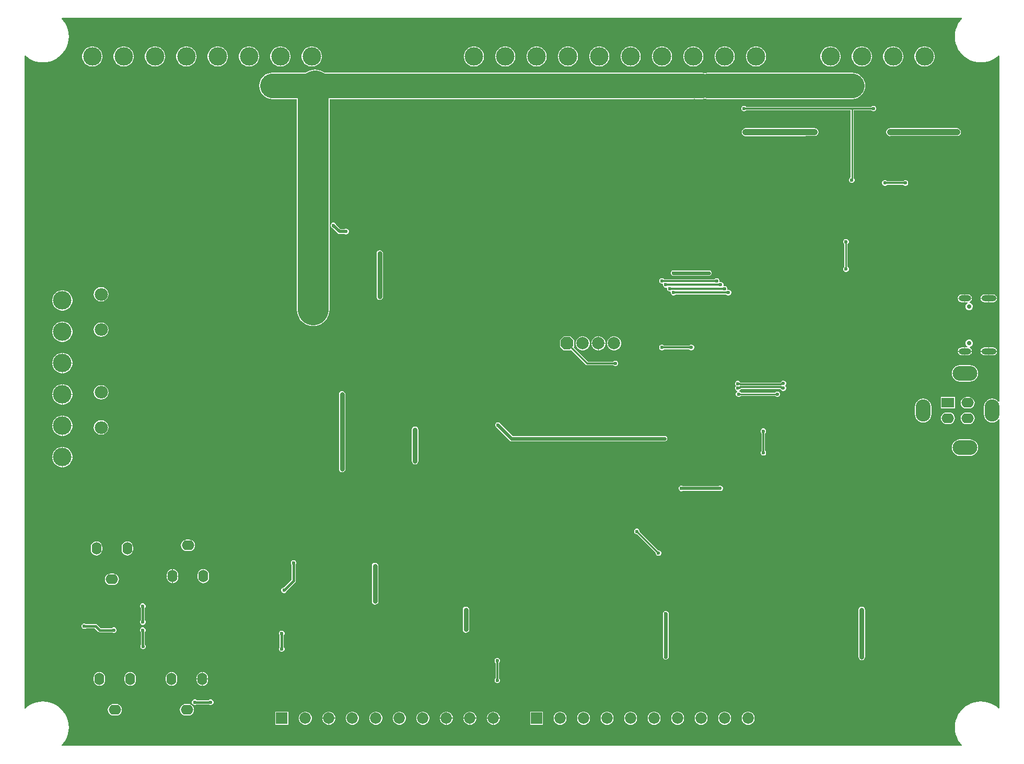
<source format=gbl>
G04*
G04 #@! TF.GenerationSoftware,Altium Limited,Altium Designer,25.0.2 (28)*
G04*
G04 Layer_Physical_Order=2*
G04 Layer_Color=16711680*
%FSLAX44Y44*%
%MOMM*%
G71*
G04*
G04 #@! TF.SameCoordinates,89448804-F20A-4376-BCDE-6976CDED9B52*
G04*
G04*
G04 #@! TF.FilePolarity,Positive*
G04*
G01*
G75*
%ADD13C,0.6000*%
%ADD14C,0.5000*%
%ADD15C,0.2540*%
%ADD17C,0.3000*%
%ADD112C,1.8500*%
%ADD113R,1.8500X1.8500*%
%ADD138C,0.4000*%
%ADD139C,1.0000*%
%ADD142C,0.8000*%
%ADD146C,4.0000*%
%ADD149C,3.0000*%
%ADD150O,2.1590X2.0320*%
%ADD151C,0.7000*%
%ADD152O,2.0000X1.0000*%
%ADD153O,2.4000X1.0000*%
%ADD154O,4.0000X2.4000*%
%ADD155O,2.4000X3.6000*%
%ADD156O,2.0000X1.6000*%
%ADD157R,2.0000X1.6000*%
%ADD158C,2.0000*%
G04:AMPARAMS|DCode=159|XSize=2mm|YSize=2mm|CornerRadius=0mm|HoleSize=0mm|Usage=FLASHONLY|Rotation=90.000|XOffset=0mm|YOffset=0mm|HoleType=Round|Shape=Octagon|*
%AMOCTAGOND159*
4,1,8,0.5000,1.0000,-0.5000,1.0000,-1.0000,0.5000,-1.0000,-0.5000,-0.5000,-1.0000,0.5000,-1.0000,1.0000,-0.5000,1.0000,0.5000,0.5000,1.0000,0.0*
%
%ADD159OCTAGOND159*%

%ADD160O,1.6000X2.0000*%
%ADD161C,0.6000*%
%ADD162C,5.0000*%
G36*
X1559452Y1218730D02*
X1556679Y1215568D01*
X1553627Y1211000D01*
X1551197Y1206073D01*
X1549431Y1200870D01*
X1548359Y1195482D01*
X1548000Y1190000D01*
X1548359Y1184518D01*
X1549431Y1179130D01*
X1551197Y1173927D01*
X1553627Y1169000D01*
X1556679Y1164432D01*
X1560302Y1160302D01*
X1564432Y1156679D01*
X1569000Y1153627D01*
X1573927Y1151197D01*
X1579130Y1149431D01*
X1584518Y1148359D01*
X1590000Y1148000D01*
X1595482Y1148359D01*
X1600870Y1149431D01*
X1606073Y1151197D01*
X1611000Y1153627D01*
X1615568Y1156679D01*
X1618730Y1159452D01*
X1620000Y1158877D01*
Y598157D01*
X1618730Y597726D01*
X1617764Y598985D01*
X1614992Y601112D01*
X1611764Y602449D01*
X1608300Y602905D01*
X1604836Y602449D01*
X1601608Y601112D01*
X1598836Y598985D01*
X1596709Y596213D01*
X1595372Y592985D01*
X1594916Y589520D01*
Y577520D01*
X1595372Y574056D01*
X1596709Y570828D01*
X1598836Y568056D01*
X1601608Y565929D01*
X1604836Y564592D01*
X1608300Y564136D01*
X1611764Y564592D01*
X1614992Y565929D01*
X1617764Y568056D01*
X1618730Y569315D01*
X1620000Y568884D01*
Y101123D01*
X1618730Y100548D01*
X1615568Y103321D01*
X1611000Y106373D01*
X1606073Y108803D01*
X1600870Y110569D01*
X1595482Y111641D01*
X1590000Y112000D01*
X1584518Y111641D01*
X1579130Y110569D01*
X1573927Y108803D01*
X1569000Y106373D01*
X1564432Y103321D01*
X1560302Y99698D01*
X1556679Y95568D01*
X1553627Y91000D01*
X1551197Y86073D01*
X1549431Y80870D01*
X1548359Y75482D01*
X1548000Y70000D01*
X1548359Y64518D01*
X1549431Y59130D01*
X1551197Y53927D01*
X1553627Y49000D01*
X1556679Y44432D01*
X1559452Y41270D01*
X1558877Y40000D01*
X101123D01*
X100548Y41270D01*
X103321Y44432D01*
X106373Y49000D01*
X108803Y53927D01*
X110569Y59130D01*
X111641Y64518D01*
X112000Y70000D01*
X111641Y75482D01*
X110569Y80870D01*
X108803Y86073D01*
X106373Y91000D01*
X103321Y95568D01*
X99698Y99698D01*
X95568Y103321D01*
X91000Y106373D01*
X86073Y108803D01*
X80870Y110569D01*
X75482Y111641D01*
X70000Y112000D01*
X64518Y111641D01*
X59130Y110569D01*
X53927Y108803D01*
X49000Y106373D01*
X44432Y103321D01*
X41270Y100548D01*
X40000Y101123D01*
Y1158877D01*
X41270Y1159452D01*
X44432Y1156679D01*
X49000Y1153627D01*
X53927Y1151197D01*
X59130Y1149431D01*
X64518Y1148359D01*
X70000Y1148000D01*
X75482Y1148359D01*
X80870Y1149431D01*
X86073Y1151197D01*
X91000Y1153627D01*
X95568Y1156679D01*
X99698Y1160302D01*
X103321Y1164432D01*
X106373Y1169000D01*
X108803Y1173927D01*
X110569Y1179130D01*
X111641Y1184518D01*
X112000Y1190000D01*
X111641Y1195482D01*
X110569Y1200870D01*
X108803Y1206073D01*
X106373Y1211000D01*
X103321Y1215568D01*
X100548Y1218730D01*
X101123Y1220000D01*
X1558877D01*
X1559452Y1218730D01*
D02*
G37*
%LPC*%
G36*
X1500302Y1173770D02*
X1497098D01*
X1493954Y1173145D01*
X1490993Y1171918D01*
X1488329Y1170138D01*
X1486062Y1167871D01*
X1484282Y1165207D01*
X1483055Y1162246D01*
X1482430Y1159102D01*
Y1155897D01*
X1483055Y1152754D01*
X1484282Y1149793D01*
X1486062Y1147128D01*
X1488329Y1144862D01*
X1490993Y1143082D01*
X1493954Y1141855D01*
X1497098Y1141230D01*
X1500302D01*
X1503446Y1141855D01*
X1506407Y1143082D01*
X1509072Y1144862D01*
X1511338Y1147128D01*
X1513118Y1149793D01*
X1514345Y1152754D01*
X1514970Y1155897D01*
Y1159102D01*
X1514345Y1162246D01*
X1513118Y1165207D01*
X1511338Y1167871D01*
X1509072Y1170138D01*
X1506407Y1171918D01*
X1503446Y1173145D01*
X1500302Y1173770D01*
D02*
G37*
G36*
X1449503D02*
X1446298D01*
X1443154Y1173145D01*
X1440193Y1171918D01*
X1437529Y1170138D01*
X1435262Y1167871D01*
X1433482Y1165207D01*
X1432255Y1162246D01*
X1431630Y1159102D01*
Y1155897D01*
X1432255Y1152754D01*
X1433482Y1149793D01*
X1435262Y1147128D01*
X1437529Y1144862D01*
X1440193Y1143082D01*
X1443154Y1141855D01*
X1446298Y1141230D01*
X1449503D01*
X1452646Y1141855D01*
X1455607Y1143082D01*
X1458272Y1144862D01*
X1460538Y1147128D01*
X1462318Y1149793D01*
X1463545Y1152754D01*
X1464170Y1155897D01*
Y1159102D01*
X1463545Y1162246D01*
X1462318Y1165207D01*
X1460538Y1167871D01*
X1458272Y1170138D01*
X1455607Y1171918D01*
X1452646Y1173145D01*
X1449503Y1173770D01*
D02*
G37*
G36*
X1398703D02*
X1395498D01*
X1392354Y1173145D01*
X1389393Y1171918D01*
X1386729Y1170138D01*
X1384462Y1167871D01*
X1382682Y1165207D01*
X1381455Y1162246D01*
X1380830Y1159102D01*
Y1155897D01*
X1381455Y1152754D01*
X1382682Y1149793D01*
X1384462Y1147128D01*
X1386729Y1144862D01*
X1389393Y1143082D01*
X1392354Y1141855D01*
X1395498Y1141230D01*
X1398703D01*
X1401846Y1141855D01*
X1404807Y1143082D01*
X1407472Y1144862D01*
X1409738Y1147128D01*
X1411518Y1149793D01*
X1412745Y1152754D01*
X1413370Y1155897D01*
Y1159102D01*
X1412745Y1162246D01*
X1411518Y1165207D01*
X1409738Y1167871D01*
X1407472Y1170138D01*
X1404807Y1171918D01*
X1401846Y1173145D01*
X1398703Y1173770D01*
D02*
G37*
G36*
X1347903D02*
X1344698D01*
X1341554Y1173145D01*
X1338593Y1171918D01*
X1335929Y1170138D01*
X1333662Y1167871D01*
X1331882Y1165207D01*
X1330655Y1162246D01*
X1330030Y1159102D01*
Y1155897D01*
X1330655Y1152754D01*
X1331882Y1149793D01*
X1333662Y1147128D01*
X1335929Y1144862D01*
X1338593Y1143082D01*
X1341554Y1141855D01*
X1344698Y1141230D01*
X1347903D01*
X1351046Y1141855D01*
X1354007Y1143082D01*
X1356672Y1144862D01*
X1358938Y1147128D01*
X1360718Y1149793D01*
X1361945Y1152754D01*
X1362570Y1155897D01*
Y1159102D01*
X1361945Y1162246D01*
X1360718Y1165207D01*
X1358938Y1167871D01*
X1356672Y1170138D01*
X1354007Y1171918D01*
X1351046Y1173145D01*
X1347903Y1173770D01*
D02*
G37*
G36*
X1227302D02*
X1224097D01*
X1220954Y1173145D01*
X1217993Y1171918D01*
X1215328Y1170138D01*
X1213062Y1167871D01*
X1211282Y1165207D01*
X1210055Y1162246D01*
X1209430Y1159102D01*
Y1155897D01*
X1210055Y1152754D01*
X1211282Y1149793D01*
X1213062Y1147128D01*
X1215328Y1144862D01*
X1217993Y1143082D01*
X1220954Y1141855D01*
X1224097Y1141230D01*
X1227302D01*
X1230446Y1141855D01*
X1233407Y1143082D01*
X1236071Y1144862D01*
X1238338Y1147128D01*
X1240118Y1149793D01*
X1241345Y1152754D01*
X1241970Y1155897D01*
Y1159102D01*
X1241345Y1162246D01*
X1240118Y1165207D01*
X1238338Y1167871D01*
X1236071Y1170138D01*
X1233407Y1171918D01*
X1230446Y1173145D01*
X1227302Y1173770D01*
D02*
G37*
G36*
X1176502D02*
X1173297D01*
X1170154Y1173145D01*
X1167193Y1171918D01*
X1164528Y1170138D01*
X1162262Y1167871D01*
X1160482Y1165207D01*
X1159255Y1162246D01*
X1158630Y1159102D01*
Y1155897D01*
X1159255Y1152754D01*
X1160482Y1149793D01*
X1162262Y1147128D01*
X1164528Y1144862D01*
X1167193Y1143082D01*
X1170154Y1141855D01*
X1173297Y1141230D01*
X1176502D01*
X1179646Y1141855D01*
X1182607Y1143082D01*
X1185271Y1144862D01*
X1187538Y1147128D01*
X1189318Y1149793D01*
X1190545Y1152754D01*
X1191170Y1155897D01*
Y1159102D01*
X1190545Y1162246D01*
X1189318Y1165207D01*
X1187538Y1167871D01*
X1185271Y1170138D01*
X1182607Y1171918D01*
X1179646Y1173145D01*
X1176502Y1173770D01*
D02*
G37*
G36*
X1125702D02*
X1122497D01*
X1119354Y1173145D01*
X1116393Y1171918D01*
X1113728Y1170138D01*
X1111462Y1167871D01*
X1109682Y1165207D01*
X1108455Y1162246D01*
X1107830Y1159102D01*
Y1155897D01*
X1108455Y1152754D01*
X1109682Y1149793D01*
X1111462Y1147128D01*
X1113728Y1144862D01*
X1116393Y1143082D01*
X1119354Y1141855D01*
X1122497Y1141230D01*
X1125702D01*
X1128846Y1141855D01*
X1131807Y1143082D01*
X1134471Y1144862D01*
X1136738Y1147128D01*
X1138518Y1149793D01*
X1139745Y1152754D01*
X1140370Y1155897D01*
Y1159102D01*
X1139745Y1162246D01*
X1138518Y1165207D01*
X1136738Y1167871D01*
X1134471Y1170138D01*
X1131807Y1171918D01*
X1128846Y1173145D01*
X1125702Y1173770D01*
D02*
G37*
G36*
X1074902D02*
X1071697D01*
X1068554Y1173145D01*
X1065593Y1171918D01*
X1062928Y1170138D01*
X1060662Y1167871D01*
X1058882Y1165207D01*
X1057655Y1162246D01*
X1057030Y1159102D01*
Y1155897D01*
X1057655Y1152754D01*
X1058882Y1149793D01*
X1060662Y1147128D01*
X1062928Y1144862D01*
X1065593Y1143082D01*
X1068554Y1141855D01*
X1071697Y1141230D01*
X1074902D01*
X1078046Y1141855D01*
X1081007Y1143082D01*
X1083671Y1144862D01*
X1085938Y1147128D01*
X1087718Y1149793D01*
X1088945Y1152754D01*
X1089570Y1155897D01*
Y1159102D01*
X1088945Y1162246D01*
X1087718Y1165207D01*
X1085938Y1167871D01*
X1083671Y1170138D01*
X1081007Y1171918D01*
X1078046Y1173145D01*
X1074902Y1173770D01*
D02*
G37*
G36*
X1024102D02*
X1020897D01*
X1017754Y1173145D01*
X1014793Y1171918D01*
X1012128Y1170138D01*
X1009862Y1167871D01*
X1008082Y1165207D01*
X1006855Y1162246D01*
X1006230Y1159102D01*
Y1155897D01*
X1006855Y1152754D01*
X1008082Y1149793D01*
X1009862Y1147128D01*
X1012128Y1144862D01*
X1014793Y1143082D01*
X1017754Y1141855D01*
X1020897Y1141230D01*
X1024102D01*
X1027246Y1141855D01*
X1030207Y1143082D01*
X1032871Y1144862D01*
X1035138Y1147128D01*
X1036918Y1149793D01*
X1038145Y1152754D01*
X1038770Y1155897D01*
Y1159102D01*
X1038145Y1162246D01*
X1036918Y1165207D01*
X1035138Y1167871D01*
X1032871Y1170138D01*
X1030207Y1171918D01*
X1027246Y1173145D01*
X1024102Y1173770D01*
D02*
G37*
G36*
X973302D02*
X970097D01*
X966954Y1173145D01*
X963993Y1171918D01*
X961328Y1170138D01*
X959062Y1167871D01*
X957282Y1165207D01*
X956055Y1162246D01*
X955430Y1159102D01*
Y1155897D01*
X956055Y1152754D01*
X957282Y1149793D01*
X959062Y1147128D01*
X961328Y1144862D01*
X963993Y1143082D01*
X966954Y1141855D01*
X970097Y1141230D01*
X973302D01*
X976446Y1141855D01*
X979407Y1143082D01*
X982071Y1144862D01*
X984338Y1147128D01*
X986118Y1149793D01*
X987345Y1152754D01*
X987970Y1155897D01*
Y1159102D01*
X987345Y1162246D01*
X986118Y1165207D01*
X984338Y1167871D01*
X982071Y1170138D01*
X979407Y1171918D01*
X976446Y1173145D01*
X973302Y1173770D01*
D02*
G37*
G36*
X922502D02*
X919297D01*
X916154Y1173145D01*
X913193Y1171918D01*
X910528Y1170138D01*
X908262Y1167871D01*
X906482Y1165207D01*
X905255Y1162246D01*
X904630Y1159102D01*
Y1155897D01*
X905255Y1152754D01*
X906482Y1149793D01*
X908262Y1147128D01*
X910528Y1144862D01*
X913193Y1143082D01*
X916154Y1141855D01*
X919297Y1141230D01*
X922502D01*
X925646Y1141855D01*
X928607Y1143082D01*
X931271Y1144862D01*
X933538Y1147128D01*
X935318Y1149793D01*
X936545Y1152754D01*
X937170Y1155897D01*
Y1159102D01*
X936545Y1162246D01*
X935318Y1165207D01*
X933538Y1167871D01*
X931271Y1170138D01*
X928607Y1171918D01*
X925646Y1173145D01*
X922502Y1173770D01*
D02*
G37*
G36*
X871702D02*
X868497D01*
X865354Y1173145D01*
X862393Y1171918D01*
X859728Y1170138D01*
X857462Y1167871D01*
X855682Y1165207D01*
X854455Y1162246D01*
X853830Y1159102D01*
Y1155897D01*
X854455Y1152754D01*
X855682Y1149793D01*
X857462Y1147128D01*
X859728Y1144862D01*
X862393Y1143082D01*
X865354Y1141855D01*
X868497Y1141230D01*
X871702D01*
X874846Y1141855D01*
X877807Y1143082D01*
X880471Y1144862D01*
X882738Y1147128D01*
X884518Y1149793D01*
X885745Y1152754D01*
X886370Y1155897D01*
Y1159102D01*
X885745Y1162246D01*
X884518Y1165207D01*
X882738Y1167871D01*
X880471Y1170138D01*
X877807Y1171918D01*
X874846Y1173145D01*
X871702Y1173770D01*
D02*
G37*
G36*
X820902D02*
X817697D01*
X814554Y1173145D01*
X811593Y1171918D01*
X808928Y1170138D01*
X806662Y1167871D01*
X804882Y1165207D01*
X803655Y1162246D01*
X803030Y1159102D01*
Y1155897D01*
X803655Y1152754D01*
X804882Y1149793D01*
X806662Y1147128D01*
X808928Y1144862D01*
X811593Y1143082D01*
X814554Y1141855D01*
X817697Y1141230D01*
X820902D01*
X824046Y1141855D01*
X827007Y1143082D01*
X829671Y1144862D01*
X831938Y1147128D01*
X833718Y1149793D01*
X834945Y1152754D01*
X835570Y1155897D01*
Y1159102D01*
X834945Y1162246D01*
X833718Y1165207D01*
X831938Y1167871D01*
X829671Y1170138D01*
X827007Y1171918D01*
X824046Y1173145D01*
X820902Y1173770D01*
D02*
G37*
G36*
X770102D02*
X766897D01*
X763754Y1173145D01*
X760793Y1171918D01*
X758128Y1170138D01*
X755862Y1167871D01*
X754082Y1165207D01*
X752855Y1162246D01*
X752230Y1159102D01*
Y1155897D01*
X752855Y1152754D01*
X754082Y1149793D01*
X755862Y1147128D01*
X758128Y1144862D01*
X760793Y1143082D01*
X763754Y1141855D01*
X766897Y1141230D01*
X770102D01*
X773246Y1141855D01*
X776207Y1143082D01*
X778871Y1144862D01*
X781138Y1147128D01*
X782918Y1149793D01*
X784145Y1152754D01*
X784770Y1155897D01*
Y1159102D01*
X784145Y1162246D01*
X782918Y1165207D01*
X781138Y1167871D01*
X778871Y1170138D01*
X776207Y1171918D01*
X773246Y1173145D01*
X770102Y1173770D01*
D02*
G37*
G36*
X507303D02*
X504098D01*
X500955Y1173145D01*
X497994Y1171918D01*
X495329Y1170138D01*
X493063Y1167871D01*
X491282Y1165207D01*
X490056Y1162246D01*
X489430Y1159102D01*
Y1155897D01*
X490056Y1152754D01*
X491282Y1149793D01*
X493063Y1147128D01*
X495329Y1144862D01*
X497994Y1143082D01*
X500955Y1141855D01*
X504098Y1141230D01*
X507303D01*
X510446Y1141855D01*
X513407Y1143082D01*
X516072Y1144862D01*
X518338Y1147128D01*
X520119Y1149793D01*
X521345Y1152754D01*
X521970Y1155897D01*
Y1159102D01*
X521345Y1162246D01*
X520119Y1165207D01*
X518338Y1167871D01*
X516072Y1170138D01*
X513407Y1171918D01*
X510446Y1173145D01*
X507303Y1173770D01*
D02*
G37*
G36*
X456503D02*
X453298D01*
X450154Y1173145D01*
X447193Y1171918D01*
X444529Y1170138D01*
X442263Y1167871D01*
X440482Y1165207D01*
X439255Y1162246D01*
X438630Y1159102D01*
Y1155897D01*
X439255Y1152754D01*
X440482Y1149793D01*
X442263Y1147128D01*
X444529Y1144862D01*
X447193Y1143082D01*
X450154Y1141855D01*
X453298Y1141230D01*
X456503D01*
X459646Y1141855D01*
X462607Y1143082D01*
X465272Y1144862D01*
X467538Y1147128D01*
X469319Y1149793D01*
X470545Y1152754D01*
X471170Y1155897D01*
Y1159102D01*
X470545Y1162246D01*
X469319Y1165207D01*
X467538Y1167871D01*
X465272Y1170138D01*
X462607Y1171918D01*
X459646Y1173145D01*
X456503Y1173770D01*
D02*
G37*
G36*
X405703D02*
X402498D01*
X399355Y1173145D01*
X396394Y1171918D01*
X393729Y1170138D01*
X391463Y1167871D01*
X389682Y1165207D01*
X388456Y1162246D01*
X387830Y1159102D01*
Y1155897D01*
X388456Y1152754D01*
X389682Y1149793D01*
X391463Y1147128D01*
X393729Y1144862D01*
X396394Y1143082D01*
X399355Y1141855D01*
X402498Y1141230D01*
X405703D01*
X408846Y1141855D01*
X411807Y1143082D01*
X414472Y1144862D01*
X416738Y1147128D01*
X418519Y1149793D01*
X419745Y1152754D01*
X420370Y1155897D01*
Y1159102D01*
X419745Y1162246D01*
X418519Y1165207D01*
X416738Y1167871D01*
X414472Y1170138D01*
X411807Y1171918D01*
X408846Y1173145D01*
X405703Y1173770D01*
D02*
G37*
G36*
X354903D02*
X351698D01*
X348554Y1173145D01*
X345593Y1171918D01*
X342929Y1170138D01*
X340663Y1167871D01*
X338882Y1165207D01*
X337655Y1162246D01*
X337030Y1159102D01*
Y1155897D01*
X337655Y1152754D01*
X338882Y1149793D01*
X340663Y1147128D01*
X342929Y1144862D01*
X345593Y1143082D01*
X348554Y1141855D01*
X351698Y1141230D01*
X354903D01*
X358046Y1141855D01*
X361007Y1143082D01*
X363672Y1144862D01*
X365938Y1147128D01*
X367719Y1149793D01*
X368945Y1152754D01*
X369570Y1155897D01*
Y1159102D01*
X368945Y1162246D01*
X367719Y1165207D01*
X365938Y1167871D01*
X363672Y1170138D01*
X361007Y1171918D01*
X358046Y1173145D01*
X354903Y1173770D01*
D02*
G37*
G36*
X304103D02*
X300898D01*
X297754Y1173145D01*
X294793Y1171918D01*
X292129Y1170138D01*
X289863Y1167871D01*
X288082Y1165207D01*
X286856Y1162246D01*
X286230Y1159102D01*
Y1155897D01*
X286856Y1152754D01*
X288082Y1149793D01*
X289863Y1147128D01*
X292129Y1144862D01*
X294793Y1143082D01*
X297754Y1141855D01*
X300898Y1141230D01*
X304103D01*
X307246Y1141855D01*
X310207Y1143082D01*
X312872Y1144862D01*
X315138Y1147128D01*
X316919Y1149793D01*
X318145Y1152754D01*
X318770Y1155897D01*
Y1159102D01*
X318145Y1162246D01*
X316919Y1165207D01*
X315138Y1167871D01*
X312872Y1170138D01*
X310207Y1171918D01*
X307246Y1173145D01*
X304103Y1173770D01*
D02*
G37*
G36*
X253303D02*
X250098D01*
X246954Y1173145D01*
X243993Y1171918D01*
X241329Y1170138D01*
X239063Y1167871D01*
X237282Y1165207D01*
X236056Y1162246D01*
X235430Y1159102D01*
Y1155897D01*
X236056Y1152754D01*
X237282Y1149793D01*
X239063Y1147128D01*
X241329Y1144862D01*
X243993Y1143082D01*
X246954Y1141855D01*
X250098Y1141230D01*
X253303D01*
X256446Y1141855D01*
X259407Y1143082D01*
X262072Y1144862D01*
X264338Y1147128D01*
X266119Y1149793D01*
X267345Y1152754D01*
X267970Y1155897D01*
Y1159102D01*
X267345Y1162246D01*
X266119Y1165207D01*
X264338Y1167871D01*
X262072Y1170138D01*
X259407Y1171918D01*
X256446Y1173145D01*
X253303Y1173770D01*
D02*
G37*
G36*
X202503D02*
X199298D01*
X196154Y1173145D01*
X193193Y1171918D01*
X190529Y1170138D01*
X188263Y1167871D01*
X186482Y1165207D01*
X185256Y1162246D01*
X184630Y1159102D01*
Y1155897D01*
X185256Y1152754D01*
X186482Y1149793D01*
X188263Y1147128D01*
X190529Y1144862D01*
X193193Y1143082D01*
X196154Y1141855D01*
X199298Y1141230D01*
X202503D01*
X205646Y1141855D01*
X208607Y1143082D01*
X211272Y1144862D01*
X213538Y1147128D01*
X215319Y1149793D01*
X216545Y1152754D01*
X217170Y1155897D01*
Y1159102D01*
X216545Y1162246D01*
X215319Y1165207D01*
X213538Y1167871D01*
X211272Y1170138D01*
X208607Y1171918D01*
X205646Y1173145D01*
X202503Y1173770D01*
D02*
G37*
G36*
X151703D02*
X148498D01*
X145354Y1173145D01*
X142394Y1171918D01*
X139729Y1170138D01*
X137463Y1167871D01*
X135682Y1165207D01*
X134455Y1162246D01*
X133830Y1159102D01*
Y1155897D01*
X134455Y1152754D01*
X135682Y1149793D01*
X137463Y1147128D01*
X139729Y1144862D01*
X142394Y1143082D01*
X145354Y1141855D01*
X148498Y1141230D01*
X151703D01*
X154846Y1141855D01*
X157807Y1143082D01*
X160472Y1144862D01*
X162738Y1147128D01*
X164519Y1149793D01*
X165745Y1152754D01*
X166370Y1155897D01*
Y1159102D01*
X165745Y1162246D01*
X164519Y1165207D01*
X162738Y1167871D01*
X160472Y1170138D01*
X157807Y1171918D01*
X154846Y1173145D01*
X151703Y1173770D01*
D02*
G37*
G36*
X511100Y1136351D02*
X506977Y1136027D01*
X502957Y1135061D01*
X499136Y1133479D01*
X495699Y1131373D01*
X441980D01*
X437810Y1130962D01*
X433801Y1129746D01*
X430106Y1127771D01*
X426867Y1125113D01*
X424209Y1121874D01*
X422234Y1118179D01*
X421018Y1114169D01*
X420607Y1110000D01*
X421018Y1105830D01*
X422234Y1101821D01*
X424209Y1098126D01*
X426867Y1094887D01*
X430106Y1092229D01*
X433801Y1090254D01*
X437810Y1089038D01*
X441980Y1088627D01*
X481649D01*
Y754112D01*
Y746850D01*
X481973Y742728D01*
X482938Y738707D01*
X484521Y734887D01*
X486681Y731361D01*
X489367Y728217D01*
X492511Y725531D01*
X496037Y723371D01*
X499857Y721788D01*
X503878Y720823D01*
X508000Y720499D01*
X512122Y720823D01*
X516143Y721788D01*
X519963Y723371D01*
X523489Y725531D01*
X526633Y728217D01*
X529319Y731361D01*
X531479Y734887D01*
X533061Y738707D01*
X534027Y742728D01*
X534351Y746850D01*
Y754112D01*
Y1088627D01*
X1123950D01*
X1125755Y1088805D01*
X1127760Y1088607D01*
X1137920D01*
X1142090Y1089018D01*
X1142810Y1089236D01*
X1143530Y1089018D01*
X1147700Y1088607D01*
X1381412D01*
X1385582Y1089018D01*
X1389591Y1090234D01*
X1393286Y1092209D01*
X1396525Y1094867D01*
X1399183Y1098106D01*
X1401158Y1101801D01*
X1402374Y1105810D01*
X1402785Y1109980D01*
X1402374Y1114150D01*
X1401158Y1118159D01*
X1399183Y1121854D01*
X1396525Y1125093D01*
X1393286Y1127751D01*
X1389591Y1129726D01*
X1385582Y1130942D01*
X1381412Y1131353D01*
X1147700D01*
X1143530Y1130942D01*
X1142810Y1130724D01*
X1142090Y1130942D01*
X1137920Y1131353D01*
X1127760D01*
X1125956Y1131175D01*
X1123950Y1131373D01*
X526500D01*
X523063Y1133479D01*
X519243Y1135061D01*
X515222Y1136027D01*
X511100Y1136351D01*
D02*
G37*
G36*
X1416945Y1077650D02*
X1415155D01*
X1413501Y1076965D01*
X1412510Y1075974D01*
X1210040D01*
X1209049Y1076965D01*
X1207395Y1077650D01*
X1205605D01*
X1203951Y1076965D01*
X1202685Y1075699D01*
X1202000Y1074045D01*
Y1072255D01*
X1202685Y1070601D01*
X1203951Y1069335D01*
X1205605Y1068650D01*
X1207395D01*
X1209049Y1069335D01*
X1210040Y1070326D01*
X1378822D01*
Y961140D01*
X1378401Y960965D01*
X1377135Y959699D01*
X1376450Y958045D01*
Y956255D01*
X1377135Y954601D01*
X1378401Y953335D01*
X1380055Y952650D01*
X1381845D01*
X1383499Y953335D01*
X1384765Y954601D01*
X1385450Y956255D01*
Y958045D01*
X1384765Y959699D01*
X1384002Y960462D01*
Y1070326D01*
X1412510D01*
X1413501Y1069335D01*
X1415155Y1068650D01*
X1416945D01*
X1418599Y1069335D01*
X1419865Y1070601D01*
X1420550Y1072255D01*
Y1074045D01*
X1419865Y1075699D01*
X1418599Y1076965D01*
X1416945Y1077650D01*
D02*
G37*
G36*
X1320390Y1041652D02*
X1305260D01*
X1303955Y1041393D01*
X1209000D01*
X1206554Y1040906D01*
X1204480Y1039520D01*
X1203094Y1037446D01*
X1202607Y1035000D01*
X1203094Y1032554D01*
X1204480Y1030480D01*
X1206554Y1029094D01*
X1209000Y1028607D01*
X1305000D01*
X1306305Y1028867D01*
X1319547D01*
X1320600Y1028657D01*
X1323046Y1029144D01*
X1325120Y1030530D01*
X1326506Y1032604D01*
X1326993Y1035050D01*
X1326506Y1037496D01*
X1325120Y1039570D01*
X1324911Y1039780D01*
X1322837Y1041166D01*
X1320390Y1041652D01*
D02*
G37*
G36*
X1551375Y1041443D02*
X1443050D01*
X1440604Y1040956D01*
X1438530Y1039570D01*
X1438480Y1039520D01*
X1437094Y1037446D01*
X1436607Y1035000D01*
X1437094Y1032554D01*
X1438480Y1030480D01*
X1440554Y1029094D01*
X1443000Y1028607D01*
X1443251Y1028657D01*
X1551375D01*
X1553822Y1029144D01*
X1555896Y1030530D01*
X1557281Y1032604D01*
X1557768Y1035050D01*
X1557281Y1037496D01*
X1555896Y1039570D01*
X1553822Y1040956D01*
X1551375Y1041443D01*
D02*
G37*
G36*
X1468795Y957000D02*
X1467005D01*
X1465351Y956315D01*
X1464360Y955324D01*
X1438040D01*
X1437049Y956315D01*
X1435395Y957000D01*
X1433605D01*
X1431951Y956315D01*
X1430685Y955049D01*
X1430000Y953395D01*
Y951605D01*
X1430685Y949951D01*
X1431951Y948685D01*
X1433605Y948000D01*
X1435395D01*
X1437049Y948685D01*
X1438040Y949676D01*
X1464360D01*
X1465351Y948685D01*
X1467005Y948000D01*
X1468795D01*
X1470449Y948685D01*
X1471715Y949951D01*
X1472400Y951605D01*
Y953395D01*
X1471715Y955049D01*
X1470449Y956315D01*
X1468795Y957000D01*
D02*
G37*
G36*
X541716Y888221D02*
X539926D01*
X538272Y887536D01*
X537006Y886270D01*
X536321Y884616D01*
Y882826D01*
X537006Y881172D01*
X538272Y879906D01*
X539856Y879250D01*
X548065Y871042D01*
X548065Y871042D01*
X549312Y870209D01*
X550783Y869916D01*
X558861D01*
X560445Y869260D01*
X562235D01*
X563889Y869945D01*
X565155Y871211D01*
X565840Y872865D01*
Y874655D01*
X565155Y876309D01*
X563889Y877575D01*
X562235Y878260D01*
X560445D01*
X558861Y877604D01*
X552375D01*
X545292Y884686D01*
X544636Y886270D01*
X543370Y887536D01*
X541716Y888221D01*
D02*
G37*
G36*
X1150245Y810950D02*
X1148455D01*
X1148102Y810804D01*
X1093448D01*
X1093095Y810950D01*
X1091305D01*
X1089651Y810265D01*
X1088385Y808999D01*
X1087700Y807345D01*
Y805555D01*
X1088385Y803901D01*
X1089651Y802635D01*
X1091305Y801950D01*
X1093095D01*
X1093448Y802096D01*
X1148102D01*
X1148455Y801950D01*
X1150245D01*
X1151899Y802635D01*
X1153165Y803901D01*
X1153850Y805555D01*
Y807345D01*
X1153165Y808999D01*
X1151899Y810265D01*
X1150245Y810950D01*
D02*
G37*
G36*
X1372495Y861750D02*
X1370705D01*
X1369051Y861065D01*
X1367785Y859799D01*
X1367100Y858145D01*
Y856355D01*
X1367785Y854701D01*
X1369010Y853476D01*
Y816504D01*
X1367785Y815279D01*
X1367100Y813625D01*
Y811835D01*
X1367785Y810181D01*
X1369051Y808915D01*
X1370705Y808230D01*
X1372495D01*
X1374149Y808915D01*
X1375415Y810181D01*
X1376100Y811835D01*
Y813625D01*
X1375415Y815279D01*
X1374190Y816504D01*
Y853476D01*
X1375415Y854701D01*
X1376100Y856355D01*
Y858145D01*
X1375415Y859799D01*
X1374149Y861065D01*
X1372495Y861750D01*
D02*
G37*
G36*
X1162945Y798250D02*
X1161155D01*
X1159501Y797565D01*
X1158510Y796574D01*
X1076690D01*
X1075699Y797565D01*
X1074045Y798250D01*
X1072255D01*
X1070601Y797565D01*
X1069335Y796299D01*
X1068650Y794645D01*
Y792855D01*
X1069335Y791201D01*
X1070601Y789935D01*
X1072255Y789250D01*
X1074045D01*
X1074142Y789290D01*
X1075040Y788392D01*
X1075000Y788295D01*
Y786505D01*
X1075685Y784851D01*
X1076951Y783585D01*
X1078605Y782900D01*
X1080395D01*
X1080492Y782940D01*
X1081390Y782042D01*
X1081350Y781945D01*
Y780155D01*
X1082035Y778501D01*
X1083301Y777235D01*
X1084955Y776550D01*
X1086745D01*
X1086842Y776590D01*
X1087740Y775692D01*
X1087700Y775595D01*
Y773805D01*
X1088385Y772151D01*
X1089651Y770885D01*
X1091305Y770200D01*
X1093095D01*
X1094749Y770885D01*
X1095740Y771876D01*
X1177560D01*
X1178551Y770885D01*
X1180205Y770200D01*
X1181995D01*
X1183649Y770885D01*
X1184915Y772151D01*
X1185600Y773805D01*
Y775595D01*
X1184915Y777249D01*
X1183649Y778515D01*
X1181995Y779200D01*
X1180205D01*
X1180108Y779160D01*
X1179210Y780058D01*
X1179250Y780155D01*
Y781945D01*
X1178565Y783599D01*
X1177299Y784865D01*
X1175645Y785550D01*
X1173855D01*
X1173758Y785510D01*
X1172860Y786408D01*
X1172900Y786505D01*
Y788295D01*
X1172215Y789949D01*
X1170949Y791215D01*
X1169295Y791900D01*
X1167505D01*
X1167408Y791860D01*
X1166510Y792758D01*
X1166550Y792855D01*
Y794645D01*
X1165865Y796299D01*
X1164599Y797565D01*
X1162945Y798250D01*
D02*
G37*
G36*
X1610000Y771893D02*
X1603635D01*
Y766135D01*
X1616267D01*
X1615906Y767946D01*
X1614521Y770021D01*
X1612446Y771406D01*
X1610000Y771893D01*
D02*
G37*
G36*
X1569000D02*
X1564635D01*
Y766135D01*
X1575266D01*
X1574906Y767946D01*
X1573520Y770021D01*
X1571446Y771406D01*
X1569000Y771893D01*
D02*
G37*
G36*
X1563365D02*
X1559000D01*
X1556553Y771406D01*
X1554480Y770021D01*
X1553094Y767946D01*
X1552733Y766135D01*
X1563365D01*
Y771893D01*
D02*
G37*
G36*
X1602365D02*
X1596000D01*
X1593554Y771406D01*
X1591480Y770021D01*
X1590094Y767946D01*
X1589734Y766135D01*
X1602365D01*
Y771893D01*
D02*
G37*
G36*
X615950Y843573D02*
X613894Y843164D01*
X612150Y842000D01*
X610986Y840256D01*
X610577Y838200D01*
Y768350D01*
X610986Y766294D01*
X612150Y764550D01*
X613894Y763386D01*
X615950Y762977D01*
X618006Y763386D01*
X619749Y764550D01*
X620914Y766294D01*
X621323Y768350D01*
Y838200D01*
X620914Y840256D01*
X619749Y842000D01*
X618006Y843164D01*
X615950Y843573D01*
D02*
G37*
G36*
X164957Y783479D02*
X163687D01*
X160703Y783086D01*
X157923Y781934D01*
X155535Y780102D01*
X153703Y777714D01*
X152551Y774934D01*
X152159Y771950D01*
X152551Y768966D01*
X153703Y766186D01*
X155535Y763798D01*
X157923Y761966D01*
X160703Y760814D01*
X163687Y760422D01*
X164957D01*
X167941Y760814D01*
X170722Y761966D01*
X173109Y763798D01*
X174941Y766186D01*
X176093Y768966D01*
X176486Y771950D01*
X176093Y774934D01*
X174941Y777714D01*
X173109Y780102D01*
X170722Y781934D01*
X167941Y783086D01*
X164957Y783479D01*
D02*
G37*
G36*
X1616267Y764865D02*
X1603635D01*
Y759107D01*
X1610000D01*
X1612446Y759594D01*
X1614521Y760980D01*
X1615906Y763054D01*
X1616267Y764865D01*
D02*
G37*
G36*
X1602365D02*
X1589734D01*
X1590094Y763054D01*
X1591480Y760980D01*
X1593554Y759594D01*
X1596000Y759107D01*
X1602365D01*
Y764865D01*
D02*
G37*
G36*
X1563365D02*
X1552733D01*
X1553094Y763054D01*
X1554480Y760980D01*
X1556553Y759594D01*
X1559000Y759107D01*
X1563365D01*
Y764865D01*
D02*
G37*
G36*
X1575266D02*
X1564635D01*
Y759107D01*
X1568396D01*
X1568648Y757837D01*
X1567801Y757486D01*
X1566113Y755798D01*
X1565200Y753593D01*
Y751206D01*
X1566113Y749001D01*
X1567801Y747313D01*
X1570006Y746400D01*
X1572393D01*
X1574599Y747313D01*
X1576286Y749001D01*
X1577200Y751206D01*
Y753593D01*
X1576286Y755798D01*
X1574599Y757486D01*
X1572393Y758400D01*
X1572392D01*
X1572243Y758609D01*
X1572556Y760335D01*
X1573520Y760980D01*
X1574906Y763054D01*
X1575266Y764865D01*
D02*
G37*
G36*
X103202Y778270D02*
X99998D01*
X96854Y777645D01*
X93893Y776418D01*
X91229Y774638D01*
X88962Y772372D01*
X87182Y769707D01*
X85955Y766746D01*
X85330Y763603D01*
Y760397D01*
X85955Y757254D01*
X87182Y754293D01*
X88962Y751628D01*
X91229Y749362D01*
X93893Y747582D01*
X96854Y746355D01*
X99998Y745730D01*
X103202D01*
X106346Y746355D01*
X109307Y747582D01*
X111972Y749362D01*
X114238Y751628D01*
X116018Y754293D01*
X117245Y757254D01*
X117870Y760397D01*
Y763603D01*
X117245Y766746D01*
X116018Y769707D01*
X114238Y772372D01*
X111972Y774638D01*
X109307Y776418D01*
X106346Y777645D01*
X103202Y778270D01*
D02*
G37*
G36*
X164957Y726329D02*
X163687D01*
X160703Y725936D01*
X157923Y724784D01*
X155535Y722952D01*
X153703Y720564D01*
X152551Y717784D01*
X152159Y714800D01*
X152551Y711816D01*
X153703Y709036D01*
X155535Y706648D01*
X157923Y704816D01*
X160703Y703664D01*
X163687Y703272D01*
X164957D01*
X167941Y703664D01*
X170722Y704816D01*
X173109Y706648D01*
X174941Y709036D01*
X176093Y711816D01*
X176486Y714800D01*
X176093Y717784D01*
X174941Y720564D01*
X173109Y722952D01*
X170722Y724784D01*
X167941Y725936D01*
X164957Y726329D01*
D02*
G37*
G36*
X103202Y727470D02*
X99998D01*
X96854Y726845D01*
X93893Y725618D01*
X91229Y723838D01*
X88962Y721572D01*
X87182Y718907D01*
X85955Y715946D01*
X85330Y712803D01*
Y709597D01*
X85955Y706454D01*
X87182Y703493D01*
X88962Y700828D01*
X91229Y698562D01*
X93893Y696782D01*
X96854Y695555D01*
X99998Y694930D01*
X103202D01*
X106346Y695555D01*
X109307Y696782D01*
X111972Y698562D01*
X114238Y700828D01*
X116018Y703493D01*
X117245Y706454D01*
X117870Y709597D01*
Y712803D01*
X117245Y715946D01*
X116018Y718907D01*
X114238Y721572D01*
X111972Y723838D01*
X109307Y725618D01*
X106346Y726845D01*
X103202Y727470D01*
D02*
G37*
G36*
X971684Y703770D02*
X970835D01*
Y693135D01*
X981470D01*
Y693984D01*
X980702Y696850D01*
X979218Y699420D01*
X977120Y701518D01*
X974550Y703002D01*
X971684Y703770D01*
D02*
G37*
G36*
X969565D02*
X968716D01*
X965850Y703002D01*
X963280Y701518D01*
X961182Y699420D01*
X959698Y696850D01*
X958930Y693984D01*
Y693135D01*
X969565D01*
Y703770D01*
D02*
G37*
G36*
X1121895Y690300D02*
X1120105D01*
X1118451Y689615D01*
X1117460Y688624D01*
X1076690D01*
X1075699Y689615D01*
X1074045Y690300D01*
X1072255D01*
X1070601Y689615D01*
X1069335Y688349D01*
X1068650Y686695D01*
Y684905D01*
X1069335Y683251D01*
X1070601Y681985D01*
X1072255Y681300D01*
X1074045D01*
X1075699Y681985D01*
X1076690Y682976D01*
X1117460D01*
X1118451Y681985D01*
X1120105Y681300D01*
X1121895D01*
X1123549Y681985D01*
X1124815Y683251D01*
X1125500Y684905D01*
Y686695D01*
X1124815Y688349D01*
X1123549Y689615D01*
X1121895Y690300D01*
D02*
G37*
G36*
X997084Y703770D02*
X994116D01*
X991250Y703002D01*
X988680Y701518D01*
X986582Y699420D01*
X985098Y696850D01*
X984330Y693984D01*
Y691016D01*
X985098Y688150D01*
X986582Y685580D01*
X988680Y683482D01*
X991250Y681998D01*
X994116Y681230D01*
X997084D01*
X999950Y681998D01*
X1002520Y683482D01*
X1004618Y685580D01*
X1006102Y688150D01*
X1006870Y691016D01*
Y693984D01*
X1006102Y696850D01*
X1004618Y699420D01*
X1002520Y701518D01*
X999950Y703002D01*
X997084Y703770D01*
D02*
G37*
G36*
X981470Y691865D02*
X970835D01*
Y681230D01*
X971684D01*
X974550Y681998D01*
X977120Y683482D01*
X979218Y685580D01*
X980702Y688150D01*
X981470Y691016D01*
Y691865D01*
D02*
G37*
G36*
X969565D02*
X958930D01*
Y691016D01*
X959698Y688150D01*
X961182Y685580D01*
X963280Y683482D01*
X965850Y681998D01*
X968716Y681230D01*
X969565D01*
Y691865D01*
D02*
G37*
G36*
X946284Y703770D02*
X943316D01*
X940450Y703002D01*
X937880Y701518D01*
X935782Y699420D01*
X934298Y696850D01*
X933530Y693984D01*
Y691016D01*
X934298Y688150D01*
X935782Y685580D01*
X937880Y683482D01*
X940450Y681998D01*
X943316Y681230D01*
X946284D01*
X949150Y681998D01*
X951720Y683482D01*
X953818Y685580D01*
X955302Y688150D01*
X956070Y691016D01*
Y693984D01*
X955302Y696850D01*
X953818Y699420D01*
X951720Y701518D01*
X949150Y703002D01*
X946284Y703770D01*
D02*
G37*
G36*
X1572393Y698600D02*
X1570006D01*
X1567801Y697687D01*
X1566113Y695999D01*
X1565200Y693794D01*
Y691407D01*
X1566113Y689201D01*
X1567801Y687514D01*
X1568648Y687163D01*
X1568396Y685893D01*
X1564635D01*
Y680135D01*
X1575266D01*
X1574906Y681946D01*
X1573520Y684020D01*
X1572556Y684665D01*
X1572243Y686391D01*
X1572392Y686600D01*
X1572393D01*
X1574599Y687514D01*
X1576286Y689201D01*
X1577200Y691407D01*
Y693794D01*
X1576286Y695999D01*
X1574599Y697687D01*
X1572393Y698600D01*
D02*
G37*
G36*
X1610000Y685893D02*
X1603635D01*
Y680135D01*
X1616267D01*
X1615906Y681946D01*
X1614521Y684020D01*
X1612446Y685406D01*
X1610000Y685893D01*
D02*
G37*
G36*
X1563365D02*
X1559000D01*
X1556553Y685406D01*
X1554480Y684020D01*
X1553094Y681946D01*
X1552733Y680135D01*
X1563365D01*
Y685893D01*
D02*
G37*
G36*
X1602365D02*
X1596000D01*
X1593554Y685406D01*
X1591480Y684020D01*
X1590094Y681946D01*
X1589734Y680135D01*
X1602365D01*
Y685893D01*
D02*
G37*
G36*
X1616267Y678865D02*
X1603635D01*
Y673107D01*
X1610000D01*
X1612446Y673594D01*
X1614521Y674979D01*
X1615906Y677053D01*
X1616267Y678865D01*
D02*
G37*
G36*
X1602365D02*
X1589734D01*
X1590094Y677053D01*
X1591480Y674979D01*
X1593554Y673594D01*
X1596000Y673107D01*
X1602365D01*
Y678865D01*
D02*
G37*
G36*
X1575266D02*
X1564635D01*
Y673107D01*
X1569000D01*
X1571446Y673594D01*
X1573520Y674979D01*
X1574906Y677053D01*
X1575266Y678865D01*
D02*
G37*
G36*
X1563365D02*
X1552733D01*
X1553094Y677053D01*
X1554480Y674979D01*
X1556553Y673594D01*
X1559000Y673107D01*
X1563365D01*
Y678865D01*
D02*
G37*
G36*
X103202Y676670D02*
X102235D01*
Y661035D01*
X117870D01*
Y662002D01*
X117245Y665146D01*
X116018Y668107D01*
X114238Y670771D01*
X111972Y673038D01*
X109307Y674818D01*
X106346Y676045D01*
X103202Y676670D01*
D02*
G37*
G36*
X100965D02*
X99998D01*
X96854Y676045D01*
X93893Y674818D01*
X91229Y673038D01*
X88962Y670771D01*
X87182Y668107D01*
X85955Y665146D01*
X85330Y662002D01*
Y661035D01*
X100965D01*
Y676670D01*
D02*
G37*
G36*
X925035Y703770D02*
X913765D01*
X908130Y698135D01*
Y686865D01*
X913765Y681230D01*
X925035D01*
X925855Y682050D01*
X949903Y658003D01*
X950819Y657391D01*
X951900Y657176D01*
X951900Y657176D01*
X993960D01*
X994951Y656185D01*
X996605Y655500D01*
X998395D01*
X1000049Y656185D01*
X1001315Y657451D01*
X1002000Y659105D01*
Y660895D01*
X1001315Y662549D01*
X1000049Y663815D01*
X998395Y664500D01*
X996605D01*
X994951Y663815D01*
X993960Y662824D01*
X953070D01*
X929850Y686045D01*
X930670Y686865D01*
Y698135D01*
X925035Y703770D01*
D02*
G37*
G36*
X117870Y659765D02*
X102235D01*
Y644130D01*
X103202D01*
X106346Y644755D01*
X109307Y645982D01*
X111972Y647762D01*
X114238Y650029D01*
X116018Y652693D01*
X117245Y655654D01*
X117870Y658798D01*
Y659765D01*
D02*
G37*
G36*
X100965D02*
X85330D01*
Y658798D01*
X85955Y655654D01*
X87182Y652693D01*
X88962Y650029D01*
X91229Y647762D01*
X93893Y645982D01*
X96854Y644755D01*
X99998Y644130D01*
X100965D01*
Y659765D01*
D02*
G37*
G36*
X1572200Y657105D02*
X1556200D01*
X1552736Y656649D01*
X1549508Y655312D01*
X1546736Y653185D01*
X1544609Y650413D01*
X1543272Y647185D01*
X1542816Y643720D01*
X1543272Y640256D01*
X1544609Y637028D01*
X1546736Y634256D01*
X1549508Y632129D01*
X1552736Y630792D01*
X1556200Y630336D01*
X1572200D01*
X1575664Y630792D01*
X1578892Y632129D01*
X1581664Y634256D01*
X1583791Y637028D01*
X1585128Y640256D01*
X1585585Y643720D01*
X1585128Y647185D01*
X1583791Y650413D01*
X1581664Y653185D01*
X1578892Y655312D01*
X1575664Y656649D01*
X1572200Y657105D01*
D02*
G37*
G36*
X1270895Y631875D02*
X1269105D01*
X1267451Y631190D01*
X1266185Y629924D01*
X1265975Y629416D01*
X1265946Y629410D01*
X1265029Y628798D01*
X1264816Y628584D01*
X1233594D01*
X1233594Y628584D01*
X1233016Y628469D01*
X1201524D01*
X1201311Y628683D01*
X1200394Y629295D01*
X1200365Y629301D01*
X1200155Y629809D01*
X1198889Y631075D01*
X1197235Y631760D01*
X1195445D01*
X1193791Y631075D01*
X1192525Y629809D01*
X1191840Y628155D01*
Y626365D01*
X1192525Y624711D01*
X1193726Y623510D01*
X1192525Y622309D01*
X1191840Y620655D01*
Y618865D01*
X1192525Y617211D01*
X1193791Y615945D01*
X1195244Y615343D01*
X1195407Y614627D01*
X1195371Y614021D01*
X1194874Y613815D01*
X1193608Y612549D01*
X1192923Y610895D01*
Y609105D01*
X1193608Y607451D01*
X1194874Y606185D01*
X1196528Y605500D01*
X1198318D01*
X1199972Y606185D01*
X1201197Y607410D01*
X1256226D01*
X1257451Y606185D01*
X1259105Y605500D01*
X1260895D01*
X1262549Y606185D01*
X1263815Y607451D01*
X1264500Y609105D01*
Y610895D01*
X1263815Y612549D01*
X1262549Y613815D01*
X1260895Y614500D01*
X1259105D01*
X1257451Y613815D01*
X1256226Y612590D01*
X1201197D01*
X1199972Y613815D01*
X1198518Y614417D01*
X1198356Y615133D01*
X1198392Y615739D01*
X1198889Y615945D01*
X1200155Y617211D01*
X1200365Y617719D01*
X1200394Y617725D01*
X1201311Y618337D01*
X1201524Y618551D01*
X1235247D01*
X1235247Y618551D01*
X1235826Y618666D01*
X1264816D01*
X1265029Y618452D01*
X1265029Y618452D01*
X1265946Y617840D01*
X1265975Y617834D01*
X1266185Y617326D01*
X1267451Y616060D01*
X1269105Y615375D01*
X1270895D01*
X1272549Y616060D01*
X1273815Y617326D01*
X1274500Y618980D01*
Y620770D01*
X1273815Y622424D01*
X1272614Y623625D01*
X1273815Y624826D01*
X1274500Y626480D01*
Y628270D01*
X1273815Y629924D01*
X1272549Y631190D01*
X1270895Y631875D01*
D02*
G37*
G36*
X103202Y625870D02*
X102235D01*
Y610235D01*
X117870D01*
Y611203D01*
X117245Y614346D01*
X116018Y617307D01*
X114238Y619972D01*
X111972Y622238D01*
X109307Y624018D01*
X106346Y625245D01*
X103202Y625870D01*
D02*
G37*
G36*
X100965D02*
X99998D01*
X96854Y625245D01*
X93893Y624018D01*
X91229Y622238D01*
X88962Y619972D01*
X87182Y617307D01*
X85955Y614346D01*
X85330Y611203D01*
Y610235D01*
X100965D01*
Y625870D01*
D02*
G37*
G36*
X164957Y624729D02*
X163687D01*
X160703Y624336D01*
X157923Y623184D01*
X155535Y621352D01*
X153703Y618965D01*
X152551Y616184D01*
X152159Y613200D01*
X152551Y610216D01*
X153703Y607436D01*
X155535Y605048D01*
X157923Y603216D01*
X160703Y602064D01*
X163687Y601672D01*
X164957D01*
X167941Y602064D01*
X170722Y603216D01*
X173109Y605048D01*
X174941Y607436D01*
X176093Y610216D01*
X176486Y613200D01*
X176093Y616184D01*
X174941Y618965D01*
X173109Y621352D01*
X170722Y623184D01*
X167941Y624336D01*
X164957Y624729D01*
D02*
G37*
G36*
X117870Y608965D02*
X102235D01*
Y593330D01*
X103202D01*
X106346Y593955D01*
X109307Y595182D01*
X111972Y596962D01*
X114238Y599229D01*
X116018Y601893D01*
X117245Y604854D01*
X117870Y607998D01*
Y608965D01*
D02*
G37*
G36*
X100965D02*
X85330D01*
Y607998D01*
X85955Y604854D01*
X87182Y601893D01*
X88962Y599229D01*
X91229Y596962D01*
X93893Y595182D01*
X96854Y593955D01*
X99998Y593330D01*
X100965D01*
Y608965D01*
D02*
G37*
G36*
X1547970Y605290D02*
X1525430D01*
Y586750D01*
X1547970D01*
Y605290D01*
D02*
G37*
G36*
X1570700Y605370D02*
X1566700D01*
X1564280Y605052D01*
X1562025Y604118D01*
X1560089Y602632D01*
X1558603Y600695D01*
X1557668Y598440D01*
X1557350Y596020D01*
X1557668Y593600D01*
X1558603Y591345D01*
X1560089Y589409D01*
X1562025Y587923D01*
X1564280Y586989D01*
X1566700Y586670D01*
X1570700D01*
X1573120Y586989D01*
X1575375Y587923D01*
X1577311Y589409D01*
X1578797Y591345D01*
X1579731Y593600D01*
X1580050Y596020D01*
X1579731Y598440D01*
X1578797Y600695D01*
X1577311Y602632D01*
X1575375Y604118D01*
X1573120Y605052D01*
X1570700Y605370D01*
D02*
G37*
G36*
X1496400Y602905D02*
X1492936Y602449D01*
X1489708Y601112D01*
X1486936Y598985D01*
X1484809Y596213D01*
X1483471Y592985D01*
X1483015Y589520D01*
Y577520D01*
X1483471Y574056D01*
X1484809Y570828D01*
X1486936Y568056D01*
X1489708Y565929D01*
X1492936Y564592D01*
X1496400Y564136D01*
X1499864Y564592D01*
X1503092Y565929D01*
X1505864Y568056D01*
X1507991Y570828D01*
X1509328Y574056D01*
X1509784Y577520D01*
Y589520D01*
X1509328Y592985D01*
X1507991Y596213D01*
X1505864Y598985D01*
X1503092Y601112D01*
X1499864Y602449D01*
X1496400Y602905D01*
D02*
G37*
G36*
X1570700Y580370D02*
X1566700D01*
X1564280Y580052D01*
X1562025Y579118D01*
X1560089Y577632D01*
X1558603Y575695D01*
X1557668Y573441D01*
X1557350Y571021D01*
X1557668Y568601D01*
X1558603Y566345D01*
X1560089Y564409D01*
X1562025Y562923D01*
X1564280Y561989D01*
X1566700Y561670D01*
X1570700D01*
X1573120Y561989D01*
X1575375Y562923D01*
X1577311Y564409D01*
X1578797Y566345D01*
X1579731Y568601D01*
X1580050Y571021D01*
X1579731Y573441D01*
X1578797Y575695D01*
X1577311Y577632D01*
X1575375Y579118D01*
X1573120Y580052D01*
X1570700Y580370D01*
D02*
G37*
G36*
X1538700D02*
X1534700D01*
X1532280Y580052D01*
X1530025Y579118D01*
X1528089Y577632D01*
X1526603Y575695D01*
X1525669Y573441D01*
X1525350Y571021D01*
X1525669Y568601D01*
X1526603Y566345D01*
X1528089Y564409D01*
X1530025Y562923D01*
X1532280Y561989D01*
X1534700Y561670D01*
X1538700D01*
X1541120Y561989D01*
X1543375Y562923D01*
X1545311Y564409D01*
X1546797Y566345D01*
X1547731Y568601D01*
X1548050Y571021D01*
X1547731Y573441D01*
X1546797Y575695D01*
X1545311Y577632D01*
X1543375Y579118D01*
X1541120Y580052D01*
X1538700Y580370D01*
D02*
G37*
G36*
X103202Y575070D02*
X102235D01*
Y559435D01*
X117870D01*
Y560402D01*
X117245Y563546D01*
X116018Y566507D01*
X114238Y569171D01*
X111972Y571438D01*
X109307Y573218D01*
X106346Y574445D01*
X103202Y575070D01*
D02*
G37*
G36*
X100965D02*
X99998D01*
X96854Y574445D01*
X93893Y573218D01*
X91229Y571438D01*
X88962Y569171D01*
X87182Y566507D01*
X85955Y563546D01*
X85330Y560402D01*
Y559435D01*
X100965D01*
Y575070D01*
D02*
G37*
G36*
X164957Y567579D02*
X163687D01*
X160703Y567186D01*
X157923Y566034D01*
X155535Y564202D01*
X153703Y561814D01*
X152551Y559034D01*
X152159Y556050D01*
X152551Y553066D01*
X153703Y550286D01*
X155535Y547898D01*
X157923Y546066D01*
X160703Y544914D01*
X163687Y544522D01*
X164957D01*
X167941Y544914D01*
X170722Y546066D01*
X173109Y547898D01*
X174941Y550286D01*
X176093Y553066D01*
X176486Y556050D01*
X176093Y559034D01*
X174941Y561814D01*
X173109Y564202D01*
X170722Y566034D01*
X167941Y567186D01*
X164957Y567579D01*
D02*
G37*
G36*
X117870Y558165D02*
X102235D01*
Y542530D01*
X103202D01*
X106346Y543155D01*
X109307Y544382D01*
X111972Y546162D01*
X114238Y548428D01*
X116018Y551093D01*
X117245Y554054D01*
X117870Y557197D01*
Y558165D01*
D02*
G37*
G36*
X100965D02*
X85330D01*
Y557197D01*
X85955Y554054D01*
X87182Y551093D01*
X88962Y548428D01*
X91229Y546162D01*
X93893Y544382D01*
X96854Y543155D01*
X99998Y542530D01*
X100965D01*
Y558165D01*
D02*
G37*
G36*
X808395Y564500D02*
X806605D01*
X804951Y563815D01*
X803685Y562549D01*
X803000Y560895D01*
Y559105D01*
X803685Y557451D01*
X804951Y556185D01*
X805304Y556039D01*
X826421Y534922D01*
X827833Y533978D01*
X829500Y533647D01*
X1076252D01*
X1076605Y533501D01*
X1078395D01*
X1080049Y534185D01*
X1081315Y535451D01*
X1082000Y537105D01*
Y538895D01*
X1081315Y540550D01*
X1080049Y541815D01*
X1078395Y542500D01*
X1076605D01*
X1076252Y542354D01*
X831303D01*
X811461Y562196D01*
X811315Y562549D01*
X810049Y563815D01*
X808395Y564500D01*
D02*
G37*
G36*
X1238395Y554500D02*
X1236605D01*
X1234951Y553815D01*
X1233685Y552549D01*
X1233000Y550895D01*
Y549105D01*
X1233685Y547451D01*
X1234676Y546460D01*
Y518540D01*
X1233685Y517549D01*
X1233000Y515895D01*
Y514105D01*
X1233685Y512451D01*
X1234951Y511185D01*
X1236605Y510500D01*
X1238395D01*
X1240049Y511185D01*
X1241315Y512451D01*
X1242000Y514105D01*
Y515895D01*
X1241315Y517549D01*
X1240324Y518540D01*
Y546460D01*
X1241315Y547451D01*
X1242000Y549105D01*
Y550895D01*
X1241315Y552549D01*
X1240049Y553815D01*
X1238395Y554500D01*
D02*
G37*
G36*
X1572200Y536705D02*
X1556200D01*
X1552736Y536249D01*
X1549508Y534912D01*
X1546736Y532785D01*
X1544609Y530013D01*
X1543272Y526785D01*
X1542816Y523320D01*
X1543272Y519856D01*
X1544609Y516628D01*
X1546736Y513856D01*
X1549508Y511729D01*
X1552736Y510392D01*
X1556200Y509936D01*
X1572200D01*
X1575664Y510392D01*
X1578892Y511729D01*
X1581664Y513856D01*
X1583791Y516628D01*
X1585128Y519856D01*
X1585585Y523320D01*
X1585128Y526785D01*
X1583791Y530013D01*
X1581664Y532785D01*
X1578892Y534912D01*
X1575664Y536249D01*
X1572200Y536705D01*
D02*
G37*
G36*
X103202Y524270D02*
X102235D01*
Y508635D01*
X117870D01*
Y509603D01*
X117245Y512746D01*
X116018Y515707D01*
X114238Y518372D01*
X111972Y520638D01*
X109307Y522418D01*
X106346Y523645D01*
X103202Y524270D01*
D02*
G37*
G36*
X100965D02*
X99998D01*
X96854Y523645D01*
X93893Y522418D01*
X91229Y520638D01*
X88962Y518372D01*
X87182Y515707D01*
X85955Y512746D01*
X85330Y509603D01*
Y508635D01*
X100965D01*
Y524270D01*
D02*
G37*
G36*
X673100Y557823D02*
X671044Y557414D01*
X669301Y556250D01*
X668136Y554506D01*
X667727Y552450D01*
Y501650D01*
X668136Y499594D01*
X669301Y497850D01*
X671044Y496686D01*
X673100Y496277D01*
X675156Y496686D01*
X676899Y497850D01*
X678064Y499594D01*
X678473Y501650D01*
Y552450D01*
X678064Y554506D01*
X676899Y556250D01*
X675156Y557414D01*
X673100Y557823D01*
D02*
G37*
G36*
X117870Y507365D02*
X102235D01*
Y491730D01*
X103202D01*
X106346Y492355D01*
X109307Y493582D01*
X111972Y495362D01*
X114238Y497629D01*
X116018Y500293D01*
X117245Y503254D01*
X117870Y506398D01*
Y507365D01*
D02*
G37*
G36*
X100965D02*
X85330D01*
Y506398D01*
X85955Y503254D01*
X87182Y500293D01*
X88962Y497629D01*
X91229Y495362D01*
X93893Y493582D01*
X96854Y492355D01*
X99998Y491730D01*
X100965D01*
Y507365D01*
D02*
G37*
G36*
X554990Y615123D02*
X552934Y614714D01*
X551190Y613549D01*
X550026Y611806D01*
X549617Y609750D01*
Y488950D01*
X550026Y486894D01*
X551190Y485150D01*
X552934Y483986D01*
X554990Y483577D01*
X557046Y483986D01*
X558789Y485150D01*
X559954Y486894D01*
X560363Y488950D01*
Y609750D01*
X559954Y611806D01*
X558789Y613549D01*
X557046Y614714D01*
X554990Y615123D01*
D02*
G37*
G36*
X1168395Y462000D02*
X1166605D01*
X1164951Y461315D01*
X1164830Y461194D01*
X1107017D01*
X1105795Y461700D01*
X1104005D01*
X1102351Y461015D01*
X1101085Y459749D01*
X1100400Y458095D01*
Y456305D01*
X1101085Y454651D01*
X1102351Y453385D01*
X1104005Y452700D01*
X1105795D01*
X1107449Y453385D01*
X1107570Y453506D01*
X1165383D01*
X1166605Y453000D01*
X1168395D01*
X1170049Y453685D01*
X1171315Y454951D01*
X1172000Y456605D01*
Y458395D01*
X1171315Y460049D01*
X1170049Y461315D01*
X1168395Y462000D01*
D02*
G37*
G36*
X307083Y374376D02*
X303082D01*
X300662Y374057D01*
X298407Y373123D01*
X296471Y371637D01*
X294985Y369701D01*
X294051Y367446D01*
X293732Y365026D01*
X294051Y362606D01*
X294985Y360351D01*
X296471Y358414D01*
X298407Y356929D01*
X300662Y355995D01*
X303082Y355676D01*
X307083D01*
X309502Y355995D01*
X311758Y356929D01*
X313694Y358414D01*
X315180Y360351D01*
X316114Y362606D01*
X316432Y365026D01*
X316114Y367446D01*
X315180Y369701D01*
X313694Y371637D01*
X311758Y373123D01*
X309502Y374057D01*
X307083Y374376D01*
D02*
G37*
G36*
X206882Y371376D02*
X204463Y371057D01*
X202208Y370123D01*
X200271Y368637D01*
X198785Y366701D01*
X197851Y364446D01*
X197533Y362026D01*
Y358026D01*
X197851Y355606D01*
X198785Y353351D01*
X200271Y351414D01*
X202208Y349928D01*
X204463Y348994D01*
X206882Y348676D01*
X209303Y348994D01*
X211558Y349928D01*
X213494Y351414D01*
X214980Y353351D01*
X215914Y355606D01*
X216232Y358026D01*
Y362026D01*
X215914Y364446D01*
X214980Y366701D01*
X213494Y368637D01*
X211558Y370123D01*
X209303Y371057D01*
X206882Y371376D01*
D02*
G37*
G36*
X156883D02*
X154463Y371057D01*
X152208Y370123D01*
X150271Y368637D01*
X148785Y366701D01*
X147851Y364446D01*
X147533Y362026D01*
Y358026D01*
X147851Y355606D01*
X148785Y353351D01*
X150271Y351414D01*
X152208Y349928D01*
X154463Y348994D01*
X156883Y348676D01*
X159303Y348994D01*
X161558Y349928D01*
X163494Y351414D01*
X164980Y353351D01*
X165914Y355606D01*
X166233Y358026D01*
Y362026D01*
X165914Y364446D01*
X164980Y366701D01*
X163494Y368637D01*
X161558Y370123D01*
X159303Y371057D01*
X156883Y371376D01*
D02*
G37*
G36*
X1033395Y392000D02*
X1031605D01*
X1029951Y391315D01*
X1028685Y390049D01*
X1028000Y388395D01*
Y386605D01*
X1028685Y384951D01*
X1029951Y383685D01*
X1031605Y383000D01*
X1033006D01*
X1063000Y353006D01*
Y351605D01*
X1063685Y349951D01*
X1064951Y348685D01*
X1066605Y348000D01*
X1068395D01*
X1070049Y348685D01*
X1071315Y349951D01*
X1072000Y351605D01*
Y353395D01*
X1071315Y355049D01*
X1070049Y356315D01*
X1068395Y357000D01*
X1066994D01*
X1037000Y386994D01*
Y388395D01*
X1036315Y390049D01*
X1035049Y391315D01*
X1033395Y392000D01*
D02*
G37*
G36*
X280718Y326292D02*
Y315661D01*
X289433D01*
Y317026D01*
X289114Y319446D01*
X288180Y321701D01*
X286694Y323638D01*
X284758Y325123D01*
X282503Y326057D01*
X280718Y326292D01*
D02*
G37*
G36*
X279448D02*
X277663Y326057D01*
X275408Y325123D01*
X273471Y323638D01*
X271985Y321701D01*
X271051Y319446D01*
X270733Y317026D01*
Y315661D01*
X279448D01*
Y326292D01*
D02*
G37*
G36*
X289433Y314391D02*
X280718D01*
Y303760D01*
X282503Y303995D01*
X284758Y304929D01*
X286694Y306415D01*
X288180Y308351D01*
X289114Y310606D01*
X289433Y313026D01*
Y314391D01*
D02*
G37*
G36*
X279448D02*
X270733D01*
Y313026D01*
X271051Y310606D01*
X271985Y308351D01*
X273471Y306415D01*
X275408Y304929D01*
X277663Y303995D01*
X279448Y303760D01*
Y314391D01*
D02*
G37*
G36*
X330083Y326376D02*
X327663Y326057D01*
X325408Y325123D01*
X323471Y323638D01*
X321985Y321701D01*
X321051Y319446D01*
X320733Y317026D01*
Y313026D01*
X321051Y310606D01*
X321985Y308351D01*
X323471Y306415D01*
X325408Y304929D01*
X327663Y303995D01*
X330083Y303676D01*
X332503Y303995D01*
X334758Y304929D01*
X336694Y306415D01*
X338180Y308351D01*
X339114Y310606D01*
X339433Y313026D01*
Y317026D01*
X339114Y319446D01*
X338180Y321701D01*
X336694Y323638D01*
X334758Y325123D01*
X332503Y326057D01*
X330083Y326376D01*
D02*
G37*
G36*
X183883Y319375D02*
X179883D01*
X177463Y319057D01*
X175208Y318123D01*
X173271Y316637D01*
X171786Y314700D01*
X170851Y312445D01*
X170533Y310025D01*
X170851Y307605D01*
X171786Y305350D01*
X173271Y303414D01*
X175208Y301928D01*
X177463Y300994D01*
X179883Y300675D01*
X183883D01*
X186303Y300994D01*
X188558Y301928D01*
X190494Y303414D01*
X191980Y305350D01*
X192914Y307605D01*
X193233Y310025D01*
X192914Y312445D01*
X191980Y314700D01*
X190494Y316637D01*
X188558Y318123D01*
X186303Y319057D01*
X183883Y319375D01*
D02*
G37*
G36*
X477145Y341050D02*
X475355D01*
X473701Y340365D01*
X472435Y339099D01*
X471750Y337445D01*
Y335655D01*
X472435Y334001D01*
X472916Y333520D01*
Y309031D01*
X460485Y296600D01*
X459805D01*
X458151Y295915D01*
X456885Y294649D01*
X456200Y292995D01*
Y291205D01*
X456885Y289551D01*
X458151Y288285D01*
X459805Y287600D01*
X461595D01*
X463249Y288285D01*
X464515Y289551D01*
X465200Y291205D01*
Y291885D01*
X478608Y305292D01*
X479330Y306374D01*
X479584Y307650D01*
Y333520D01*
X480065Y334001D01*
X480750Y335655D01*
Y337445D01*
X480065Y339099D01*
X478799Y340365D01*
X477145Y341050D01*
D02*
G37*
G36*
X608300Y336873D02*
X606244Y336464D01*
X604501Y335299D01*
X603336Y333556D01*
X602927Y331500D01*
Y274350D01*
X603336Y272294D01*
X604501Y270550D01*
X606244Y269386D01*
X608300Y268977D01*
X610356Y269386D01*
X612099Y270550D01*
X613264Y272294D01*
X613673Y274350D01*
Y331500D01*
X613264Y333556D01*
X612099Y335299D01*
X610356Y336464D01*
X608300Y336873D01*
D02*
G37*
G36*
X232895Y270943D02*
X231105D01*
X229451Y270258D01*
X228185Y268992D01*
X227500Y267338D01*
Y265548D01*
X228185Y263894D01*
X228666Y263413D01*
Y243473D01*
X228185Y242992D01*
X227500Y241338D01*
Y239548D01*
X228185Y237894D01*
X229451Y236628D01*
X231105Y235943D01*
X232895D01*
X234549Y236628D01*
X235815Y237894D01*
X236500Y239548D01*
Y241338D01*
X235815Y242992D01*
X235334Y243473D01*
Y263413D01*
X235815Y263894D01*
X236500Y265548D01*
Y267338D01*
X235815Y268992D01*
X234549Y270258D01*
X232895Y270943D01*
D02*
G37*
G36*
X755650Y265723D02*
X753594Y265314D01*
X751851Y264149D01*
X750686Y262406D01*
X750277Y260350D01*
Y228600D01*
X750686Y226544D01*
X751851Y224800D01*
X753594Y223636D01*
X755650Y223227D01*
X757706Y223636D01*
X759449Y224800D01*
X760614Y226544D01*
X761023Y228600D01*
Y260350D01*
X760614Y262406D01*
X759449Y264149D01*
X757706Y265314D01*
X755650Y265723D01*
D02*
G37*
G36*
X137859Y238443D02*
X136069D01*
X134415Y237758D01*
X133149Y236492D01*
X132464Y234838D01*
Y233048D01*
X133149Y231394D01*
X134415Y230128D01*
X136069Y229443D01*
X137859D01*
X139513Y230128D01*
X139994Y230609D01*
X154106D01*
X159669Y225046D01*
X160750Y224323D01*
X162026Y224070D01*
X182019D01*
X182500Y223589D01*
X184154Y222904D01*
X185944D01*
X187598Y223589D01*
X188864Y224855D01*
X189549Y226509D01*
Y228299D01*
X188864Y229953D01*
X187598Y231219D01*
X185944Y231904D01*
X184154D01*
X182500Y231219D01*
X182019Y230738D01*
X163407D01*
X157844Y236301D01*
X156763Y237023D01*
X155487Y237277D01*
X139994D01*
X139513Y237758D01*
X137859Y238443D01*
D02*
G37*
G36*
X232895Y231943D02*
X231105D01*
X229451Y231258D01*
X228185Y229992D01*
X227500Y228338D01*
Y226548D01*
X228185Y224894D01*
X228666Y224413D01*
Y203708D01*
X228568Y203610D01*
X227883Y201956D01*
Y200166D01*
X228568Y198512D01*
X229834Y197246D01*
X231488Y196561D01*
X233278D01*
X234932Y197246D01*
X236197Y198512D01*
X236883Y200166D01*
Y201956D01*
X236197Y203610D01*
X235334Y204473D01*
Y224413D01*
X235815Y224894D01*
X236500Y226548D01*
Y228338D01*
X235815Y229992D01*
X234549Y231258D01*
X232895Y231943D01*
D02*
G37*
G36*
X458095Y226750D02*
X456305D01*
X454651Y226065D01*
X453385Y224799D01*
X452700Y223145D01*
Y221355D01*
X453385Y219701D01*
X453866Y219220D01*
Y199880D01*
X453385Y199399D01*
X452700Y197745D01*
Y195955D01*
X453385Y194301D01*
X454651Y193035D01*
X456305Y192350D01*
X458095D01*
X459749Y193035D01*
X461015Y194301D01*
X461700Y195955D01*
Y197745D01*
X461015Y199399D01*
X460534Y199880D01*
Y219220D01*
X461015Y219701D01*
X461700Y221355D01*
Y223145D01*
X461015Y224799D01*
X459749Y226065D01*
X458095Y226750D01*
D02*
G37*
G36*
X1080395Y258500D02*
X1078605D01*
X1076951Y257815D01*
X1075685Y256549D01*
X1075000Y254895D01*
Y253105D01*
X1075146Y252752D01*
Y185398D01*
X1075000Y185045D01*
Y183255D01*
X1075685Y181601D01*
X1076951Y180335D01*
X1078605Y179650D01*
X1080395D01*
X1082049Y180335D01*
X1083315Y181601D01*
X1084000Y183255D01*
Y185045D01*
X1083854Y185398D01*
Y252752D01*
X1084000Y253105D01*
Y254895D01*
X1083315Y256549D01*
X1082049Y257815D01*
X1080395Y258500D01*
D02*
G37*
G36*
X1397000Y265723D02*
X1394944Y265314D01*
X1393201Y264149D01*
X1392036Y262406D01*
X1391627Y260350D01*
Y184150D01*
X1392036Y182094D01*
X1393201Y180350D01*
X1394944Y179186D01*
X1397000Y178777D01*
X1399056Y179186D01*
X1400800Y180350D01*
X1401964Y182094D01*
X1402373Y184150D01*
Y260350D01*
X1401964Y262406D01*
X1400800Y264149D01*
X1399056Y265314D01*
X1397000Y265723D01*
D02*
G37*
G36*
X329135Y159709D02*
Y149078D01*
X337850D01*
Y150443D01*
X337532Y152863D01*
X336598Y155118D01*
X335112Y157054D01*
X333175Y158540D01*
X330920Y159474D01*
X329135Y159709D01*
D02*
G37*
G36*
X327865D02*
X326080Y159474D01*
X323825Y158540D01*
X321889Y157054D01*
X320403Y155118D01*
X319469Y152863D01*
X319150Y150443D01*
Y149078D01*
X327865D01*
Y159709D01*
D02*
G37*
G36*
X807345Y182300D02*
X805555D01*
X803901Y181615D01*
X802635Y180349D01*
X801950Y178695D01*
Y176905D01*
X802635Y175251D01*
X803626Y174260D01*
Y149590D01*
X802635Y148599D01*
X801950Y146945D01*
Y145155D01*
X802635Y143501D01*
X803901Y142235D01*
X805555Y141550D01*
X807345D01*
X808999Y142235D01*
X810265Y143501D01*
X810950Y145155D01*
Y146945D01*
X810265Y148599D01*
X809274Y149590D01*
Y174260D01*
X810265Y175251D01*
X810950Y176905D01*
Y178695D01*
X810265Y180349D01*
X808999Y181615D01*
X807345Y182300D01*
D02*
G37*
G36*
X337850Y147808D02*
X329135D01*
Y137176D01*
X330920Y137411D01*
X333175Y138345D01*
X335112Y139831D01*
X336598Y141768D01*
X337532Y144023D01*
X337850Y146443D01*
Y147808D01*
D02*
G37*
G36*
X327865D02*
X319150D01*
Y146443D01*
X319469Y144023D01*
X320403Y141768D01*
X321889Y139831D01*
X323825Y138345D01*
X326080Y137411D01*
X327865Y137176D01*
Y147808D01*
D02*
G37*
G36*
X211500Y159793D02*
X209080Y159475D01*
X206825Y158540D01*
X204889Y157055D01*
X203403Y155118D01*
X202469Y152863D01*
X202150Y150443D01*
Y146443D01*
X202469Y144023D01*
X203403Y141768D01*
X204889Y139832D01*
X206825Y138346D01*
X209080Y137412D01*
X211500Y137093D01*
X213920Y137412D01*
X216175Y138346D01*
X218112Y139832D01*
X219597Y141768D01*
X220532Y144023D01*
X220850Y146443D01*
Y150443D01*
X220532Y152863D01*
X219597Y155118D01*
X218112Y157055D01*
X216175Y158540D01*
X213920Y159475D01*
X211500Y159793D01*
D02*
G37*
G36*
X161500D02*
X159080Y159475D01*
X156825Y158540D01*
X154889Y157055D01*
X153403Y155118D01*
X152469Y152863D01*
X152150Y150443D01*
Y146443D01*
X152469Y144023D01*
X153403Y141768D01*
X154889Y139832D01*
X156825Y138346D01*
X159080Y137412D01*
X161500Y137093D01*
X163920Y137412D01*
X166175Y138346D01*
X168112Y139832D01*
X169598Y141768D01*
X170532Y144023D01*
X170850Y146443D01*
Y150443D01*
X170532Y152863D01*
X169598Y155118D01*
X168112Y157055D01*
X166175Y158540D01*
X163920Y159475D01*
X161500Y159793D01*
D02*
G37*
G36*
X278500Y159793D02*
X276080Y159474D01*
X273825Y158540D01*
X271889Y157054D01*
X270403Y155118D01*
X269469Y152863D01*
X269150Y150443D01*
Y146443D01*
X269469Y144023D01*
X270403Y141768D01*
X271889Y139831D01*
X273825Y138345D01*
X276080Y137411D01*
X278500Y137093D01*
X280920Y137411D01*
X283175Y138345D01*
X285112Y139831D01*
X286598Y141768D01*
X287532Y144023D01*
X287850Y146443D01*
Y150443D01*
X287532Y152863D01*
X286598Y155118D01*
X285112Y157054D01*
X283175Y158540D01*
X280920Y159474D01*
X278500Y159793D01*
D02*
G37*
G36*
X342845Y115150D02*
X341055D01*
X339401Y114465D01*
X338920Y113984D01*
X319039D01*
X318558Y114465D01*
X316904Y115150D01*
X315114D01*
X313460Y114465D01*
X312194Y113199D01*
X311509Y111545D01*
Y109755D01*
X312194Y108101D01*
X313460Y106835D01*
X315114Y106150D01*
X316904D01*
X318558Y106835D01*
X319039Y107316D01*
X338920D01*
X339401Y106835D01*
X341055Y106150D01*
X342845D01*
X344499Y106835D01*
X345765Y108101D01*
X346450Y109755D01*
Y111545D01*
X345765Y113199D01*
X344499Y114465D01*
X342845Y115150D01*
D02*
G37*
G36*
X305500Y107793D02*
X301500D01*
X299080Y107474D01*
X296825Y106540D01*
X294889Y105054D01*
X293403Y103118D01*
X292469Y100863D01*
X292150Y98443D01*
X292469Y96023D01*
X293403Y93768D01*
X294889Y91831D01*
X296825Y90345D01*
X299080Y89411D01*
X301500Y89093D01*
X305500D01*
X307920Y89411D01*
X310175Y90345D01*
X312111Y91831D01*
X313597Y93768D01*
X314531Y96023D01*
X314850Y98443D01*
X314531Y100863D01*
X313597Y103118D01*
X312111Y105054D01*
X310175Y106540D01*
X307920Y107474D01*
X305500Y107793D01*
D02*
G37*
G36*
X188500D02*
X184501D01*
X182080Y107474D01*
X179825Y106540D01*
X177889Y105054D01*
X176403Y103118D01*
X175469Y100863D01*
X175151Y98443D01*
X175469Y96023D01*
X176403Y93768D01*
X177889Y91831D01*
X179825Y90345D01*
X182080Y89411D01*
X184501Y89093D01*
X188500D01*
X190921Y89411D01*
X193176Y90345D01*
X195112Y91831D01*
X196598Y93768D01*
X197532Y96023D01*
X197850Y98443D01*
X197532Y100863D01*
X196598Y103118D01*
X195112Y105054D01*
X193176Y106540D01*
X190921Y107474D01*
X188500Y107793D01*
D02*
G37*
G36*
X801485Y95320D02*
X800735D01*
Y85435D01*
X810620D01*
Y86185D01*
X809903Y88861D01*
X808518Y91259D01*
X806559Y93218D01*
X804161Y94603D01*
X801485Y95320D01*
D02*
G37*
G36*
X799465D02*
X798715D01*
X796039Y94603D01*
X793641Y93218D01*
X791682Y91259D01*
X790297Y88861D01*
X789580Y86185D01*
Y85435D01*
X799465D01*
Y95320D01*
D02*
G37*
G36*
X763385D02*
X762635D01*
Y85435D01*
X772520D01*
Y86185D01*
X771803Y88861D01*
X770418Y91259D01*
X768459Y93218D01*
X766061Y94603D01*
X763385Y95320D01*
D02*
G37*
G36*
X761365D02*
X760615D01*
X757939Y94603D01*
X755541Y93218D01*
X753582Y91259D01*
X752197Y88861D01*
X751480Y86185D01*
Y85435D01*
X761365D01*
Y95320D01*
D02*
G37*
G36*
X725285D02*
X724535D01*
Y85435D01*
X734420D01*
Y86185D01*
X733703Y88861D01*
X732318Y91259D01*
X730359Y93218D01*
X727961Y94603D01*
X725285Y95320D01*
D02*
G37*
G36*
X723265D02*
X722515D01*
X719839Y94603D01*
X717441Y93218D01*
X715482Y91259D01*
X714097Y88861D01*
X713380Y86185D01*
Y85435D01*
X723265D01*
Y95320D01*
D02*
G37*
G36*
X534785D02*
X534035D01*
Y85435D01*
X543920D01*
Y86185D01*
X543203Y88861D01*
X541818Y91259D01*
X539859Y93218D01*
X537461Y94603D01*
X534785Y95320D01*
D02*
G37*
G36*
X532765D02*
X532015D01*
X529339Y94603D01*
X526941Y93218D01*
X524982Y91259D01*
X523597Y88861D01*
X522880Y86185D01*
Y85435D01*
X532765D01*
Y95320D01*
D02*
G37*
G36*
X1214235D02*
X1211465D01*
X1208789Y94603D01*
X1206391Y93218D01*
X1204432Y91259D01*
X1203047Y88861D01*
X1202330Y86185D01*
Y83415D01*
X1203047Y80739D01*
X1204432Y78341D01*
X1206391Y76382D01*
X1208789Y74997D01*
X1211465Y74280D01*
X1214235D01*
X1216911Y74997D01*
X1219309Y76382D01*
X1221268Y78341D01*
X1222653Y80739D01*
X1223370Y83415D01*
Y86185D01*
X1222653Y88861D01*
X1221268Y91259D01*
X1219309Y93218D01*
X1216911Y94603D01*
X1214235Y95320D01*
D02*
G37*
G36*
X1176135D02*
X1173365D01*
X1170689Y94603D01*
X1168291Y93218D01*
X1166332Y91259D01*
X1164947Y88861D01*
X1164230Y86185D01*
Y83415D01*
X1164947Y80739D01*
X1166332Y78341D01*
X1168291Y76382D01*
X1170689Y74997D01*
X1173365Y74280D01*
X1176135D01*
X1178811Y74997D01*
X1181209Y76382D01*
X1183168Y78341D01*
X1184553Y80739D01*
X1185270Y83415D01*
Y86185D01*
X1184553Y88861D01*
X1183168Y91259D01*
X1181209Y93218D01*
X1178811Y94603D01*
X1176135Y95320D01*
D02*
G37*
G36*
X1138035D02*
X1135265D01*
X1132589Y94603D01*
X1130191Y93218D01*
X1128232Y91259D01*
X1126847Y88861D01*
X1126130Y86185D01*
Y83415D01*
X1126847Y80739D01*
X1128232Y78341D01*
X1130191Y76382D01*
X1132589Y74997D01*
X1135265Y74280D01*
X1138035D01*
X1140711Y74997D01*
X1143109Y76382D01*
X1145068Y78341D01*
X1146453Y80739D01*
X1147170Y83415D01*
Y86185D01*
X1146453Y88861D01*
X1145068Y91259D01*
X1143109Y93218D01*
X1140711Y94603D01*
X1138035Y95320D01*
D02*
G37*
G36*
X1099935D02*
X1097165D01*
X1094489Y94603D01*
X1092091Y93218D01*
X1090132Y91259D01*
X1088747Y88861D01*
X1088030Y86185D01*
Y83415D01*
X1088747Y80739D01*
X1090132Y78341D01*
X1092091Y76382D01*
X1094489Y74997D01*
X1097165Y74280D01*
X1099935D01*
X1102611Y74997D01*
X1105009Y76382D01*
X1106968Y78341D01*
X1108353Y80739D01*
X1109070Y83415D01*
Y86185D01*
X1108353Y88861D01*
X1106968Y91259D01*
X1105009Y93218D01*
X1102611Y94603D01*
X1099935Y95320D01*
D02*
G37*
G36*
X1061835D02*
X1059065D01*
X1056389Y94603D01*
X1053991Y93218D01*
X1052032Y91259D01*
X1050647Y88861D01*
X1049930Y86185D01*
Y83415D01*
X1050647Y80739D01*
X1052032Y78341D01*
X1053991Y76382D01*
X1056389Y74997D01*
X1059065Y74280D01*
X1061835D01*
X1064511Y74997D01*
X1066909Y76382D01*
X1068868Y78341D01*
X1070253Y80739D01*
X1070970Y83415D01*
Y86185D01*
X1070253Y88861D01*
X1068868Y91259D01*
X1066909Y93218D01*
X1064511Y94603D01*
X1061835Y95320D01*
D02*
G37*
G36*
X1023735D02*
X1020965D01*
X1018289Y94603D01*
X1015891Y93218D01*
X1013932Y91259D01*
X1012547Y88861D01*
X1011830Y86185D01*
Y83415D01*
X1012547Y80739D01*
X1013932Y78341D01*
X1015891Y76382D01*
X1018289Y74997D01*
X1020965Y74280D01*
X1023735D01*
X1026411Y74997D01*
X1028809Y76382D01*
X1030768Y78341D01*
X1032153Y80739D01*
X1032870Y83415D01*
Y86185D01*
X1032153Y88861D01*
X1030768Y91259D01*
X1028809Y93218D01*
X1026411Y94603D01*
X1023735Y95320D01*
D02*
G37*
G36*
X985635D02*
X982865D01*
X980189Y94603D01*
X977791Y93218D01*
X975832Y91259D01*
X974447Y88861D01*
X973730Y86185D01*
Y83415D01*
X974447Y80739D01*
X975832Y78341D01*
X977791Y76382D01*
X980189Y74997D01*
X982865Y74280D01*
X985635D01*
X988311Y74997D01*
X990709Y76382D01*
X992668Y78341D01*
X994053Y80739D01*
X994770Y83415D01*
Y86185D01*
X994053Y88861D01*
X992668Y91259D01*
X990709Y93218D01*
X988311Y94603D01*
X985635Y95320D01*
D02*
G37*
G36*
X947535D02*
X944765D01*
X942089Y94603D01*
X939691Y93218D01*
X937732Y91259D01*
X936347Y88861D01*
X935630Y86185D01*
Y83415D01*
X936347Y80739D01*
X937732Y78341D01*
X939691Y76382D01*
X942089Y74997D01*
X944765Y74280D01*
X947535D01*
X950211Y74997D01*
X952609Y76382D01*
X954568Y78341D01*
X955953Y80739D01*
X956670Y83415D01*
Y86185D01*
X955953Y88861D01*
X954568Y91259D01*
X952609Y93218D01*
X950211Y94603D01*
X947535Y95320D01*
D02*
G37*
G36*
X909435D02*
X906665D01*
X903989Y94603D01*
X901591Y93218D01*
X899632Y91259D01*
X898247Y88861D01*
X897530Y86185D01*
Y83415D01*
X898247Y80739D01*
X899632Y78341D01*
X901591Y76382D01*
X903989Y74997D01*
X906665Y74280D01*
X909435D01*
X912111Y74997D01*
X914509Y76382D01*
X916468Y78341D01*
X917853Y80739D01*
X918570Y83415D01*
Y86185D01*
X917853Y88861D01*
X916468Y91259D01*
X914509Y93218D01*
X912111Y94603D01*
X909435Y95320D01*
D02*
G37*
G36*
X880470D02*
X859430D01*
Y74280D01*
X880470D01*
Y95320D01*
D02*
G37*
G36*
X810620Y84165D02*
X800735D01*
Y74280D01*
X801485D01*
X804161Y74997D01*
X806559Y76382D01*
X808518Y78341D01*
X809903Y80739D01*
X810620Y83415D01*
Y84165D01*
D02*
G37*
G36*
X799465D02*
X789580D01*
Y83415D01*
X790297Y80739D01*
X791682Y78341D01*
X793641Y76382D01*
X796039Y74997D01*
X798715Y74280D01*
X799465D01*
Y84165D01*
D02*
G37*
G36*
X772520D02*
X762635D01*
Y74280D01*
X763385D01*
X766061Y74997D01*
X768459Y76382D01*
X770418Y78341D01*
X771803Y80739D01*
X772520Y83415D01*
Y84165D01*
D02*
G37*
G36*
X761365D02*
X751480D01*
Y83415D01*
X752197Y80739D01*
X753582Y78341D01*
X755541Y76382D01*
X757939Y74997D01*
X760615Y74280D01*
X761365D01*
Y84165D01*
D02*
G37*
G36*
X734420D02*
X724535D01*
Y74280D01*
X725285D01*
X727961Y74997D01*
X730359Y76382D01*
X732318Y78341D01*
X733703Y80739D01*
X734420Y83415D01*
Y84165D01*
D02*
G37*
G36*
X723265D02*
X713380D01*
Y83415D01*
X714097Y80739D01*
X715482Y78341D01*
X717441Y76382D01*
X719839Y74997D01*
X722515Y74280D01*
X723265D01*
Y84165D01*
D02*
G37*
G36*
X687185Y95320D02*
X684415D01*
X681739Y94603D01*
X679341Y93218D01*
X677382Y91259D01*
X675997Y88861D01*
X675280Y86185D01*
Y83415D01*
X675997Y80739D01*
X677382Y78341D01*
X679341Y76382D01*
X681739Y74997D01*
X684415Y74280D01*
X687185D01*
X689861Y74997D01*
X692259Y76382D01*
X694218Y78341D01*
X695603Y80739D01*
X696320Y83415D01*
Y86185D01*
X695603Y88861D01*
X694218Y91259D01*
X692259Y93218D01*
X689861Y94603D01*
X687185Y95320D01*
D02*
G37*
G36*
X649085D02*
X646315D01*
X643639Y94603D01*
X641241Y93218D01*
X639282Y91259D01*
X637897Y88861D01*
X637180Y86185D01*
Y83415D01*
X637897Y80739D01*
X639282Y78341D01*
X641241Y76382D01*
X643639Y74997D01*
X646315Y74280D01*
X649085D01*
X651761Y74997D01*
X654159Y76382D01*
X656118Y78341D01*
X657503Y80739D01*
X658220Y83415D01*
Y86185D01*
X657503Y88861D01*
X656118Y91259D01*
X654159Y93218D01*
X651761Y94603D01*
X649085Y95320D01*
D02*
G37*
G36*
X610985D02*
X608215D01*
X605539Y94603D01*
X603141Y93218D01*
X601182Y91259D01*
X599797Y88861D01*
X599080Y86185D01*
Y83415D01*
X599797Y80739D01*
X601182Y78341D01*
X603141Y76382D01*
X605539Y74997D01*
X608215Y74280D01*
X610985D01*
X613661Y74997D01*
X616059Y76382D01*
X618018Y78341D01*
X619403Y80739D01*
X620120Y83415D01*
Y86185D01*
X619403Y88861D01*
X618018Y91259D01*
X616059Y93218D01*
X613661Y94603D01*
X610985Y95320D01*
D02*
G37*
G36*
X572885D02*
X570115D01*
X567439Y94603D01*
X565041Y93218D01*
X563082Y91259D01*
X561697Y88861D01*
X560980Y86185D01*
Y83415D01*
X561697Y80739D01*
X563082Y78341D01*
X565041Y76382D01*
X567439Y74997D01*
X570115Y74280D01*
X572885D01*
X575561Y74997D01*
X577959Y76382D01*
X579918Y78341D01*
X581303Y80739D01*
X582020Y83415D01*
Y86185D01*
X581303Y88861D01*
X579918Y91259D01*
X577959Y93218D01*
X575561Y94603D01*
X572885Y95320D01*
D02*
G37*
G36*
X543920Y84165D02*
X534035D01*
Y74280D01*
X534785D01*
X537461Y74997D01*
X539859Y76382D01*
X541818Y78341D01*
X543203Y80739D01*
X543920Y83415D01*
Y84165D01*
D02*
G37*
G36*
X532765D02*
X522880D01*
Y83415D01*
X523597Y80739D01*
X524982Y78341D01*
X526941Y76382D01*
X529339Y74997D01*
X532015Y74280D01*
X532765D01*
Y84165D01*
D02*
G37*
G36*
X496685Y95320D02*
X493915D01*
X491239Y94603D01*
X488841Y93218D01*
X486882Y91259D01*
X485497Y88861D01*
X484780Y86185D01*
Y83415D01*
X485497Y80739D01*
X486882Y78341D01*
X488841Y76382D01*
X491239Y74997D01*
X493915Y74280D01*
X496685D01*
X499361Y74997D01*
X501759Y76382D01*
X503718Y78341D01*
X505103Y80739D01*
X505820Y83415D01*
Y86185D01*
X505103Y88861D01*
X503718Y91259D01*
X501759Y93218D01*
X499361Y94603D01*
X496685Y95320D01*
D02*
G37*
G36*
X467720D02*
X446680D01*
Y74280D01*
X467720D01*
Y95320D01*
D02*
G37*
%LPD*%
D13*
X1092200Y806450D02*
X1149350D01*
X1079500Y184150D02*
Y254000D01*
X807500Y560000D02*
X829500Y538000D01*
X1077500D01*
D14*
X1104900Y457200D02*
X1105050Y457350D01*
X1167350D01*
X550783Y873760D02*
X561340D01*
X540821Y883721D02*
X550783Y873760D01*
X1167350Y457350D02*
X1167500Y457500D01*
D15*
X1381412Y957612D02*
Y1073150D01*
X1380950Y957150D02*
X1381412Y957612D01*
X1371600Y812730D02*
Y857250D01*
X1197423Y610000D02*
X1260000D01*
D17*
X1265985Y625760D02*
X1267027Y626801D01*
X1233479Y625645D02*
X1233594Y625760D01*
X1267027Y626801D02*
X1269426D01*
X1196340Y619760D02*
X1196914Y620334D01*
X1199314D01*
X1233594Y625760D02*
X1265985D01*
X1199314Y626686D02*
X1200355Y625645D01*
X1267027Y620449D02*
X1269426D01*
X1235362Y621490D02*
X1265985D01*
X1267027Y620449D01*
X1235247Y621375D02*
X1235362Y621490D01*
X1200355Y625645D02*
X1233479D01*
X1196340Y627260D02*
X1196914Y626686D01*
X1200355Y621375D02*
X1235247D01*
X1196914Y626686D02*
X1199314D01*
Y620334D02*
X1200355Y621375D01*
X1269426Y620449D02*
X1270000Y619875D01*
X1269426Y626801D02*
X1270000Y627375D01*
X1073150Y685800D02*
X1121000D01*
X806450Y146050D02*
Y177800D01*
X1206500Y1073150D02*
X1381412D01*
X1382950D01*
X1384300D01*
X1416050D01*
X1434500Y952500D02*
X1467900D01*
X1092200Y774700D02*
X1181100D01*
X1085850Y781050D02*
X1174750D01*
X1079500Y787400D02*
X1168400D01*
X1073150Y793750D02*
X1162050D01*
X919400Y692500D02*
X951900Y660000D01*
X997500D01*
X1237500Y515000D02*
Y550000D01*
X1032500Y387500D02*
X1067500Y352500D01*
D112*
X800100Y84800D02*
D03*
X762000D02*
D03*
X723900D02*
D03*
X685800D02*
D03*
X647700D02*
D03*
X609600D02*
D03*
X571500D02*
D03*
X533400D02*
D03*
X495300D02*
D03*
X908050D02*
D03*
X946150D02*
D03*
X984250D02*
D03*
X1022350D02*
D03*
X1060450D02*
D03*
X1098550D02*
D03*
X1136650D02*
D03*
X1174750D02*
D03*
X1212850D02*
D03*
D113*
X457200D02*
D03*
X869950D02*
D03*
D138*
X476250Y307650D02*
Y336550D01*
X460700Y292100D02*
X476250Y307650D01*
X457200Y196850D02*
Y222250D01*
X136964Y233943D02*
X155487D01*
X162026Y227404D02*
X185049D01*
X155487Y233943D02*
X162026Y227404D01*
X316009Y110650D02*
X341950D01*
X232000Y201443D02*
X232383Y201061D01*
X232000Y201443D02*
Y227443D01*
Y240443D02*
Y266443D01*
D139*
X1443050Y1035050D02*
X1536700D01*
X1443000Y1035000D02*
X1443050Y1035050D01*
X1209000Y1035000D02*
X1305000D01*
X1313168Y1035259D02*
X1320390D01*
X1305260D02*
X1313168D01*
X1305000Y1035000D02*
X1305260Y1035259D01*
X1320390D02*
X1320600Y1035050D01*
X1544038D02*
X1551375D01*
X1536700D02*
X1544038D01*
D142*
X615950Y768350D02*
Y838200D01*
X673100Y501650D02*
Y552450D01*
X554990Y488950D02*
Y609750D01*
X1397000Y184150D02*
Y260350D01*
X755650Y228600D02*
Y260350D01*
X608300Y274350D02*
Y331500D01*
D146*
X511100Y1110000D02*
X977900D01*
X1147700Y1109980D02*
X1381412D01*
X977900Y1110000D02*
X1123950D01*
X1127760Y1109980D02*
X1137920D01*
X441980Y1110000D02*
X511100D01*
D149*
X101600Y762000D02*
D03*
Y711200D02*
D03*
Y660400D02*
D03*
Y609600D02*
D03*
Y558800D02*
D03*
Y508000D02*
D03*
X1174900Y1157500D02*
D03*
X1225700D02*
D03*
X1073300D02*
D03*
X768500D02*
D03*
X819300D02*
D03*
X870100D02*
D03*
X920900D02*
D03*
X971700D02*
D03*
X1022500D02*
D03*
X1124100D02*
D03*
X505700D02*
D03*
X404100D02*
D03*
X353300D02*
D03*
X302500D02*
D03*
X251700D02*
D03*
X200900D02*
D03*
X150100D02*
D03*
X454900D02*
D03*
X1346300D02*
D03*
X1397100D02*
D03*
X1447900D02*
D03*
X1498700D02*
D03*
D150*
X164322Y556050D02*
D03*
Y613200D02*
D03*
Y714800D02*
D03*
Y771950D02*
D03*
D151*
X1571200Y692600D02*
D03*
Y752400D02*
D03*
D152*
X1564000Y765500D02*
D03*
Y679500D02*
D03*
D153*
X1603000Y765500D02*
D03*
Y679500D02*
D03*
D154*
X1564200Y643720D02*
D03*
Y523320D02*
D03*
D155*
X1496400Y583520D02*
D03*
X1608300D02*
D03*
D156*
X1568700Y571021D02*
D03*
Y596020D02*
D03*
X1536700Y571021D02*
D03*
X186500Y98443D02*
D03*
X181883Y310025D02*
D03*
X305082Y365026D02*
D03*
X303500Y98443D02*
D03*
D157*
X1536700Y596020D02*
D03*
D158*
X970200Y692500D02*
D03*
X944800D02*
D03*
X995600D02*
D03*
D159*
X919400D02*
D03*
D160*
X211500Y148443D02*
D03*
X161500D02*
D03*
X156883Y360026D02*
D03*
X206882D02*
D03*
X330083Y315026D02*
D03*
X280083D02*
D03*
X278500Y148443D02*
D03*
X328500D02*
D03*
D161*
X994400Y1108998D02*
D03*
X918200Y1109097D02*
D03*
X842000D02*
D03*
X765800D02*
D03*
X685350Y1104900D02*
D03*
X609150D02*
D03*
X532950D02*
D03*
X456750D02*
D03*
X1477400Y1046400D02*
D03*
X1487400D02*
D03*
X1497400D02*
D03*
X1507400D02*
D03*
X1517400D02*
D03*
X1477400Y1055087D02*
D03*
X1487400D02*
D03*
X1497400D02*
D03*
X1507400D02*
D03*
X1517400D02*
D03*
X1517634Y1064678D02*
D03*
X1507634D02*
D03*
X1497634D02*
D03*
X1487634D02*
D03*
X1477634D02*
D03*
X1517634Y1074678D02*
D03*
Y1084678D02*
D03*
Y1094678D02*
D03*
Y1104678D02*
D03*
X1507634D02*
D03*
X1497634D02*
D03*
X1487634D02*
D03*
X1477634D02*
D03*
Y1094678D02*
D03*
Y1084678D02*
D03*
Y1074678D02*
D03*
X1487634D02*
D03*
X1497634D02*
D03*
X1507634D02*
D03*
Y1084678D02*
D03*
Y1094678D02*
D03*
X1497634D02*
D03*
X1487634D02*
D03*
Y1084678D02*
D03*
X1497634D02*
D03*
X1507634Y1114678D02*
D03*
X1487634D02*
D03*
X1497634D02*
D03*
X1477741Y1018626D02*
D03*
X1487741D02*
D03*
X1497741D02*
D03*
X1507741D02*
D03*
X1517741D02*
D03*
X1477741Y1008626D02*
D03*
Y998626D02*
D03*
Y988626D02*
D03*
Y978626D02*
D03*
X1487741D02*
D03*
X1497741D02*
D03*
X1507741D02*
D03*
X1517741D02*
D03*
Y988626D02*
D03*
Y998626D02*
D03*
Y1008626D02*
D03*
X1507741D02*
D03*
X1497741D02*
D03*
X1487741D02*
D03*
Y998626D02*
D03*
Y988626D02*
D03*
X1497741D02*
D03*
X1507741D02*
D03*
Y998626D02*
D03*
X1497741D02*
D03*
X1487741Y968626D02*
D03*
X1507741D02*
D03*
X1497741D02*
D03*
X1245000Y1080000D02*
D03*
X1265000D02*
D03*
X1255000D02*
D03*
X1285000D02*
D03*
X1275000D02*
D03*
X1285000Y1055000D02*
D03*
X1275000D02*
D03*
X1245000D02*
D03*
X1255000D02*
D03*
X1265000Y1065000D02*
D03*
Y1055000D02*
D03*
X1264850Y1046400D02*
D03*
X1245000Y1065000D02*
D03*
X1255000D02*
D03*
X1285000D02*
D03*
X1275000D02*
D03*
X1274850Y1046400D02*
D03*
X1244850D02*
D03*
X1284850D02*
D03*
X1254850D02*
D03*
X1265000Y970000D02*
D03*
X1275000D02*
D03*
X1255000D02*
D03*
X1265000Y1000000D02*
D03*
X1275000D02*
D03*
Y990000D02*
D03*
X1265000D02*
D03*
X1255000D02*
D03*
Y1000000D02*
D03*
Y1010000D02*
D03*
X1265000D02*
D03*
X1275000D02*
D03*
X1285000D02*
D03*
Y1000000D02*
D03*
Y990000D02*
D03*
Y980000D02*
D03*
X1275000D02*
D03*
X1265000D02*
D03*
X1255000D02*
D03*
X1245000D02*
D03*
Y990000D02*
D03*
Y1000000D02*
D03*
Y1010000D02*
D03*
X1285000Y1020000D02*
D03*
X1275000D02*
D03*
X1265000D02*
D03*
X1255000D02*
D03*
X1245000D02*
D03*
X1270000Y627375D02*
D03*
Y619875D02*
D03*
X1196340Y627260D02*
D03*
Y619760D02*
D03*
X1135000Y580000D02*
D03*
X565651Y673100D02*
D03*
X451485Y671830D02*
D03*
Y661580D02*
D03*
Y650580D02*
D03*
X565651Y652780D02*
D03*
X565785Y662215D02*
D03*
X520700Y755650D02*
D03*
X495300D02*
D03*
X477980Y847900D02*
D03*
X477520Y993140D02*
D03*
Y962660D02*
D03*
X1181100Y1085480D02*
D03*
X1349110Y1084950D02*
D03*
X1101360Y464817D02*
D03*
X1104900Y457200D02*
D03*
X1149350Y508000D02*
D03*
X1121000Y685800D02*
D03*
X806450Y146050D02*
D03*
Y177800D02*
D03*
X1443000Y1035000D02*
D03*
X1228000D02*
D03*
X1219000D02*
D03*
X1209000D02*
D03*
X1313168Y1035259D02*
D03*
X1305000Y1035000D02*
D03*
X316009Y110650D02*
D03*
X232383Y201061D02*
D03*
X1195067Y427805D02*
D03*
X1214065D02*
D03*
X1360000Y380000D02*
D03*
X507780Y737746D02*
D03*
X496263Y739232D02*
D03*
X520000Y740000D02*
D03*
X525798Y746476D02*
D03*
X490000Y746850D02*
D03*
X508000Y754112D02*
D03*
X650240Y365246D02*
D03*
X1549710Y691190D02*
D03*
X1550541Y752400D02*
D03*
X1491331Y266700D02*
D03*
X1308050Y266660D02*
D03*
X1178123Y266680D02*
D03*
X853450Y266700D02*
D03*
X666750Y170180D02*
D03*
X762000Y109220D02*
D03*
X698500D02*
D03*
X820420Y424180D02*
D03*
X1036500Y452000D02*
D03*
X993578Y411480D02*
D03*
X876300Y814891D02*
D03*
X901700Y815350D02*
D03*
X927100Y815808D02*
D03*
X952500D02*
D03*
X705000Y916400D02*
D03*
X805000Y917140D02*
D03*
X853200Y916940D02*
D03*
X1155700Y931742D02*
D03*
X1131300D02*
D03*
X1105900Y931201D02*
D03*
X1079801Y931050D02*
D03*
X1054100Y929640D02*
D03*
X1028700D02*
D03*
X1003300D02*
D03*
X1415400Y1009650D02*
D03*
X1551375Y1035050D02*
D03*
X1544038D02*
D03*
X1321250D02*
D03*
X1191214Y589326D02*
D03*
X1281520Y550000D02*
D03*
X882667Y713630D02*
D03*
X970200Y678260D02*
D03*
X1010000Y605501D02*
D03*
X1247140Y711200D02*
D03*
X1313180Y896620D02*
D03*
X1295400D02*
D03*
X1531620D02*
D03*
X1551940D02*
D03*
X1600200Y975360D02*
D03*
Y1003300D02*
D03*
X1582420Y1089660D02*
D03*
X1600200Y1079500D02*
D03*
X1412240Y1084580D02*
D03*
X1397000Y1079500D02*
D03*
X1366182D02*
D03*
X1397000Y975360D02*
D03*
Y1003300D02*
D03*
X1366183Y975697D02*
D03*
Y1003300D02*
D03*
X1181179Y975439D02*
D03*
X1183385Y1009557D02*
D03*
X1168400Y1003300D02*
D03*
Y1079500D02*
D03*
X1135380Y1104900D02*
D03*
X1125220D02*
D03*
X939800Y845820D02*
D03*
X902067Y863233D02*
D03*
X812800Y845820D02*
D03*
X774700Y863600D02*
D03*
X602064Y856900D02*
D03*
X552643Y852363D02*
D03*
X561340Y873760D02*
D03*
X452220Y876400D02*
D03*
X400243Y852363D02*
D03*
X333470Y846550D02*
D03*
X255903Y856618D02*
D03*
X203200Y863600D02*
D03*
X63500D02*
D03*
X116202Y883282D02*
D03*
X955040Y985520D02*
D03*
Y972820D02*
D03*
X982980Y985520D02*
D03*
Y972820D02*
D03*
X878840Y982980D02*
D03*
Y970280D02*
D03*
X906780Y982980D02*
D03*
Y970280D02*
D03*
X805180Y995680D02*
D03*
X802640Y962660D02*
D03*
X828040Y995680D02*
D03*
X830580Y962660D02*
D03*
X728980Y993140D02*
D03*
Y962660D02*
D03*
X751840Y993140D02*
D03*
Y962660D02*
D03*
X650240Y985520D02*
D03*
Y972820D02*
D03*
X678180Y985520D02*
D03*
Y972820D02*
D03*
X574040Y985520D02*
D03*
Y972820D02*
D03*
X601980Y985520D02*
D03*
Y972820D02*
D03*
X449580Y970280D02*
D03*
Y982980D02*
D03*
X421640D02*
D03*
Y970280D02*
D03*
X336550Y1016000D02*
D03*
Y1003300D02*
D03*
X368300Y1016000D02*
D03*
Y1003300D02*
D03*
X260350Y1016000D02*
D03*
Y1003300D02*
D03*
X285750Y1016000D02*
D03*
Y1003300D02*
D03*
X180340Y1016000D02*
D03*
Y1003300D02*
D03*
X205740Y1016000D02*
D03*
Y1003300D02*
D03*
X127000D02*
D03*
Y1016000D02*
D03*
X99060Y1003300D02*
D03*
Y1016000D02*
D03*
X508000Y746850D02*
D03*
X1381412Y1109980D02*
D03*
X1147700Y1106170D02*
D03*
X1206500Y1073150D02*
D03*
X1380950Y957150D02*
D03*
X1371600Y812730D02*
D03*
Y857250D02*
D03*
X1434500Y952500D02*
D03*
X1467900D02*
D03*
X1181100Y774700D02*
D03*
X1260000Y610000D02*
D03*
X1197423D02*
D03*
X1010500Y497000D02*
D03*
X1174750Y781050D02*
D03*
X1168400Y787400D02*
D03*
X1162050Y793750D02*
D03*
X1022350Y1098550D02*
D03*
X1136650Y990600D02*
D03*
X1416050Y1073150D02*
D03*
X1149350Y806450D02*
D03*
X1092200D02*
D03*
Y774700D02*
D03*
X1085850Y781050D02*
D03*
X1073150Y793750D02*
D03*
Y685800D02*
D03*
X997500Y660000D02*
D03*
X1237500Y515000D02*
D03*
X1167500Y457500D02*
D03*
X1237500Y550000D02*
D03*
X857645Y713424D02*
D03*
X831850Y713150D02*
D03*
X806450Y713550D02*
D03*
X781050Y713950D02*
D03*
X755650Y714350D02*
D03*
X730250Y714750D02*
D03*
X704850Y714850D02*
D03*
X615950Y838200D02*
D03*
X540821Y883721D02*
D03*
X615950Y768350D02*
D03*
X658870Y609750D02*
D03*
X615768D02*
D03*
X653140Y566833D02*
D03*
Y539750D02*
D03*
Y512668D02*
D03*
X673100Y552450D02*
D03*
Y501650D02*
D03*
X654050Y393700D02*
D03*
X655100Y463550D02*
D03*
X554990Y488950D02*
D03*
X614400Y463550D02*
D03*
X654050Y419100D02*
D03*
X582470Y504050D02*
D03*
X572470D02*
D03*
X1397000Y184150D02*
D03*
X1079500Y254000D02*
D03*
Y184150D02*
D03*
X755650Y260350D02*
D03*
Y228600D02*
D03*
X1397000Y260350D02*
D03*
X869950Y158750D02*
D03*
X908050D02*
D03*
X608300Y274350D02*
D03*
Y331500D02*
D03*
X476250Y336550D02*
D03*
X460700Y292100D02*
D03*
X430850Y186850D02*
D03*
X457200Y196850D02*
D03*
Y222250D02*
D03*
X1192500Y565000D02*
D03*
X807500Y560000D02*
D03*
X1077500Y538000D02*
D03*
X962500Y500582D02*
D03*
X1032500Y387500D02*
D03*
X1067500Y352500D02*
D03*
X1158599Y469549D02*
D03*
X1120500Y407098D02*
D03*
X962633Y478582D02*
D03*
X136964Y233943D02*
D03*
X185049Y227404D02*
D03*
X341950Y110650D02*
D03*
X1130300Y1009650D02*
D03*
X254000Y97443D02*
D03*
X437200Y123350D02*
D03*
X328500Y167050D02*
D03*
X437051Y250499D02*
D03*
X430700Y314000D02*
D03*
X277500Y233943D02*
D03*
X292100Y311150D02*
D03*
X260350Y336550D02*
D03*
X137001Y324943D02*
D03*
X176850Y233943D02*
D03*
X138750Y142943D02*
D03*
X94300Y205900D02*
D03*
Y263050D02*
D03*
X1537250Y169800D02*
D03*
X1582556Y169500D02*
D03*
X1582309Y240240D02*
D03*
Y266240D02*
D03*
X1581050Y292700D02*
D03*
X1269143Y292660D02*
D03*
Y266660D02*
D03*
Y240660D02*
D03*
X1353550Y266700D02*
D03*
X1308050Y292700D02*
D03*
Y214700D02*
D03*
Y240700D02*
D03*
X712288Y266677D02*
D03*
X666700Y292700D02*
D03*
Y266700D02*
D03*
Y240700D02*
D03*
Y214700D02*
D03*
X581200Y358100D02*
D03*
X571200D02*
D03*
X949277Y292700D02*
D03*
X949450Y266700D02*
D03*
Y240700D02*
D03*
X989643Y240660D02*
D03*
Y214660D02*
D03*
Y292660D02*
D03*
Y266660D02*
D03*
X1036368Y266366D02*
D03*
X946150Y158750D02*
D03*
X1022350D02*
D03*
X984250D02*
D03*
X1035000Y600000D02*
D03*
X554990Y609750D02*
D03*
X232000Y227443D02*
D03*
Y240443D02*
D03*
Y266443D02*
D03*
X1079500Y787400D02*
D03*
X749300Y1112520D02*
D03*
X1536700Y1035050D02*
D03*
X1454150D02*
D03*
X515620Y1107440D02*
D03*
X668020D02*
D03*
X439420D02*
D03*
X591820D02*
D03*
X901700Y1112520D02*
D03*
X977900D02*
D03*
X825500D02*
D03*
D162*
X508000Y754112D02*
Y1106900D01*
X511100Y1110000D01*
X508000Y746850D02*
Y754112D01*
M02*

</source>
